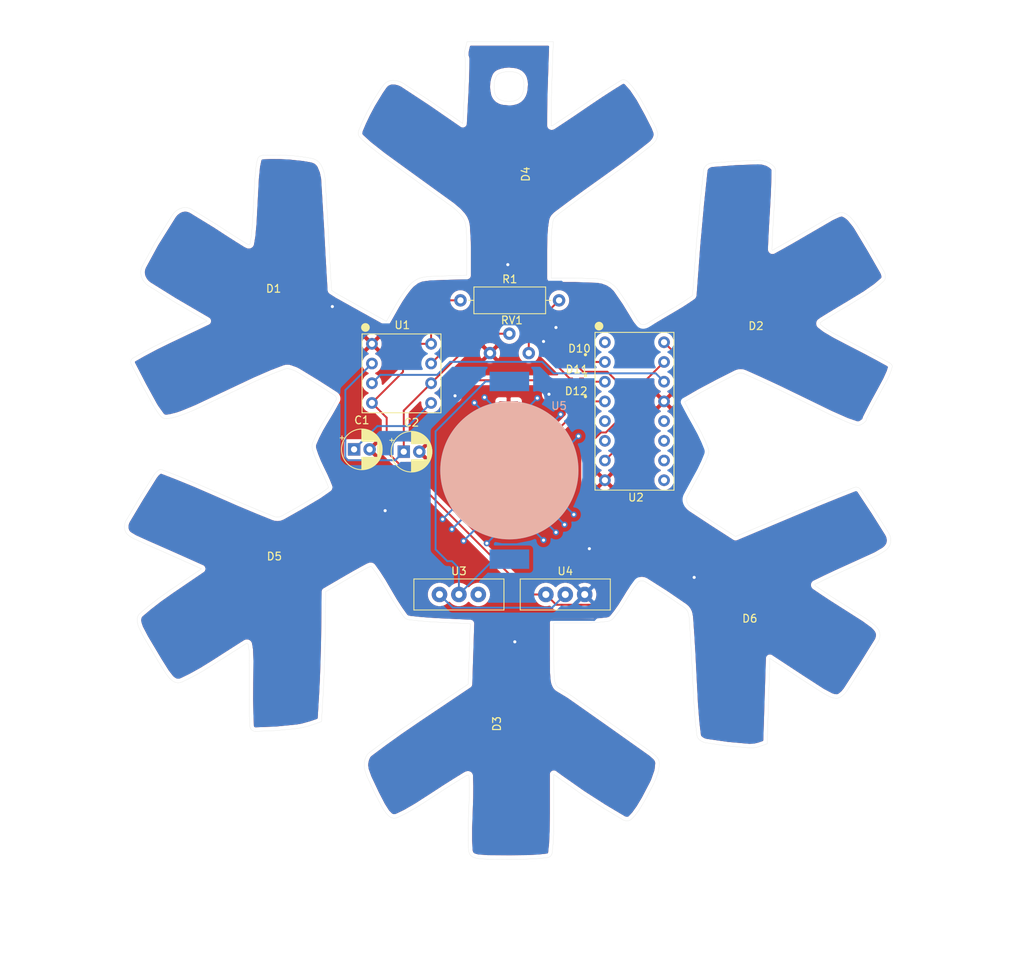
<source format=kicad_pcb>
(kicad_pcb (version 20171130) (host pcbnew "(5.1.10)-1")
  (layers (0 F.Cu signal) (31 B.Cu signal) (34 B.Paste user) (35 F.Paste user) (36 B.SilkS user) (37 F.SilkS user) (38 B.Mask user) (39 F.Mask user) (44 Edge.Cuts user))
  (net 0 "")
  (net 1 GND)
  (net 2 "Net-(C1-Pad1)")
  (net 3 "Net-(C2-Pad1)")
  (net 4 ALLON)
  (net 5 "Net-(D10-Pad2)")
  (net 6 "Net-(D11-Pad2)")
  (net 7 "Net-(D12-Pad2)")
  (net 8 +3V3)
  (net 9 "Net-(R1-Pad2)")
  (net 10 Signal)
  (net 11 "Net-(U2-Pad1)")
  (net 12 "Net-(U2-Pad5)")
  (net 13 "Net-(U2-Pad6)")
  (net 14 "Net-(U2-Pad15)")
  (net 15 "Net-(U2-Pad10)")
  (net 16 "Net-(U2-Pad9)")
  (net 17 "Net-(U2-Pad11)")
  (net 18 "Net-(U2-Pad12)")
  (net 19 "Net-(U3-Pad2)")
  (net 20 "Net-(U3-Pad3)")
  (net 21 "Net-(U3-Pad1)")
  (module "Logos:IEEE Logo" (layer F.Cu) (at 141.4 100.6)
    (fp_text reference G*** hide)
    (fp_text value LOGO hide)
  )
  (module IEEE_PCB_Ornament:CT6EP504 (layer F.Cu) (at 145 80.7)
    (fp_text reference RV1 (at 0.3175 -4.232) (layer F.SilkS))
    (fp_text value 100K)
    (pad 3 thru_hole circle (at -2.5 0) (size 1.6 1.6) (drill 0.8) (layers *.Cu *.Mask) (net 1 GND))
    (pad 2 thru_hole circle (at 0 -2.5) (size 1.6 1.6) (drill 0.8) (layers *.Cu *.Mask) (net 3 "Net-(C2-Pad1)"))
    (pad 1 thru_hole circle (at 2.5 0) (size 1.6 1.6) (drill 0.8) (layers *.Cu *.Mask) (net 9 "Net-(R1-Pad2)"))
  )
  (module OrnamentOutlines:Snowflake (layer F.Cu) (at 97.4 99.3)
    (fp_text reference REF** hide)
    (fp_text value Snowflake)
    (fp_line (start 0 0) (end -1.732624 2.903332) (layer Edge.Cuts) (width 0.024499))
    (fp_line (start 5.524046 8.112004) (end 7.943301 9.194961) (layer Edge.Cuts) (width 0.024499))
    (fp_line (start 22.121972 29.32339) (end 23.404792 28.880665) (layer Edge.Cuts) (width 0.024499))
    (fp_line (start 23.857156 18.948218) (end 23.891196 16.87331) (layer Edge.Cuts) (width 0.024499))
    (fp_line (start 29.900402 8.97623) (end 30.493388 9.806628) (layer Edge.Cuts) (width 0.024499))
    (fp_line (start 1.095976 14.024778) (end 0.025281 14.931464) (layer Edge.Cuts) (width 0.024499))
    (fp_line (start 14.910461 30.138083) (end 17.573747 30.032815) (layer Edge.Cuts) (width 0.024499))
    (fp_line (start 23.938377 12.148309) (end 26.636868 10.573309) (layer Edge.Cuts) (width 0.024499))
    (fp_line (start 13.39941 19.021875) (end 13.717995 18.825833) (layer Edge.Cuts) (width 0.024499))
    (fp_line (start 30.493388 9.806628) (end 31.171405 10.851448) (layer Edge.Cuts) (width 0.024499))
    (fp_line (start 11.000372 20.553293) (end 12.301337 19.721348) (layer Edge.Cuts) (width 0.024499))
    (fp_line (start 1.779796 -2.838598) (end 0 0) (layer Edge.Cuts) (width 0.024499))
    (fp_line (start 0.603252 18.137331) (end 2.350555 21.066244) (layer Edge.Cuts) (width 0.024499))
    (fp_line (start 5.487502 23.754007) (end 6.642514 23.190089) (layer Edge.Cuts) (width 0.024499))
    (fp_line (start 8.02688 22.423648) (end 9.545785 21.487375) (layer Edge.Cuts) (width 0.024499))
    (fp_line (start 12.301337 19.721348) (end 13.39941 19.021875) (layer Edge.Cuts) (width 0.024499))
    (fp_line (start 23.404792 28.880665) (end 23.624404 25.239487) (layer Edge.Cuts) (width 0.024499))
    (fp_line (start 1.982412 6.541371) (end 3.198573 7.078058) (layer Edge.Cuts) (width 0.024499))
    (fp_line (start 2.436584 12.986089) (end 1.095976 14.024778) (layer Edge.Cuts) (width 0.024499))
    (fp_line (start 23.624404 25.239487) (end 23.712075 23.509281) (layer Edge.Cuts) (width 0.024499))
    (fp_line (start 23.793364 21.279937) (end 23.857156 18.948218) (layer Edge.Cuts) (width 0.024499))
    (fp_line (start 27.696832 9.963049) (end 28.648345 9.433218) (layer Edge.Cuts) (width 0.024499))
    (fp_line (start 6.642514 23.190089) (end 8.02688 22.423648) (layer Edge.Cuts) (width 0.024499))
    (fp_line (start 26.636868 10.573309) (end 27.696832 9.963049) (layer Edge.Cuts) (width 0.024499))
    (fp_line (start 7.239903 -1.830366) (end 4.866374 -2.799168) (layer Edge.Cuts) (width 0.024499))
    (fp_line (start 4.866374 -2.799168) (end 2.816343 -3.591725) (layer Edge.Cuts) (width 0.024499))
    (fp_line (start 3.975601 11.896635) (end 2.436584 12.986089) (layer Edge.Cuts) (width 0.024499))
    (fp_line (start 14.094547 23.946574) (end 14.081818 26.047458) (layer Edge.Cuts) (width 0.024499))
    (fp_line (start 14.081818 26.047458) (end 14.116264 27.891904) (layer Edge.Cuts) (width 0.024499))
    (fp_line (start 14.123749 21.081554) (end 14.094547 23.946574) (layer Edge.Cuts) (width 0.024499))
    (fp_line (start 14.116264 27.891904) (end 14.180116 29.445352) (layer Edge.Cuts) (width 0.024499))
    (fp_line (start 7.943301 9.194961) (end 3.975601 11.896635) (layer Edge.Cuts) (width 0.024499))
    (fp_line (start 17.573747 30.032815) (end 20.249924 29.769422) (layer Edge.Cuts) (width 0.024499))
    (fp_line (start 28.648345 9.433218) (end 29.455548 8.997679) (layer Edge.Cuts) (width 0.024499))
    (fp_line (start 2.350555 21.066244) (end 3.293453 22.570796) (layer Edge.Cuts) (width 0.024499))
    (fp_line (start -0.715763 5.331239) (end 1.004792 6.112933) (layer Edge.Cuts) (width 0.024499))
    (fp_line (start 1.004792 6.112933) (end 1.982412 6.541371) (layer Edge.Cuts) (width 0.024499))
    (fp_line (start 23.712075 23.509281) (end 23.793364 21.279937) (layer Edge.Cuts) (width 0.024499))
    (fp_line (start 23.891196 16.87331) (end 23.938377 12.148309) (layer Edge.Cuts) (width 0.024499))
    (fp_line (start 4.444943 7.630685) (end 5.524046 8.112004) (layer Edge.Cuts) (width 0.024499))
    (fp_line (start 14.074366 19.652241) (end 14.123749 21.081554) (layer Edge.Cuts) (width 0.024499))
    (fp_line (start 3.198573 7.078058) (end 4.444943 7.630685) (layer Edge.Cuts) (width 0.024499))
    (fp_line (start 9.545785 21.487375) (end 11.000372 20.553293) (layer Edge.Cuts) (width 0.024499))
    (fp_line (start 29.351948 36.154211) (end 30.330936 38.223309) (layer Edge.Cuts) (width 0.024499))
    (fp_line (start 34.762802 15.76912) (end 35.896104 15.891558) (layer Edge.Cuts) (width 0.024499))
    (fp_line (start 42.432645 37.165732) (end 42.4263 38.69834) (layer Edge.Cuts) (width 0.024499))
    (fp_line (start 32.660821 13.392303) (end 33.391573 14.514635) (layer Edge.Cuts) (width 0.024499))
    (fp_line (start 33.466497 30.016681) (end 31.327088 31.550789) (layer Edge.Cuts) (width 0.024499))
    (fp_line (start 31.171405 10.851448) (end 31.907601 12.109779) (layer Edge.Cuts) (width 0.024499))
    (fp_line (start 33.391573 14.514635) (end 34.037823 15.412309) (layer Edge.Cuts) (width 0.024499))
    (fp_line (start 42.402115 35.886713) (end 42.432645 37.165732) (layer Edge.Cuts) (width 0.024499))
    (fp_line (start 42.4263 38.69834) (end 42.360475 40.523978) (layer Edge.Cuts) (width 0.024499))
    (fp_line (start 49.860428 46.599601) (end 51.413863 46.520553) (layer Edge.Cuts) (width 0.024499))
    (fp_line (start 42.558106 16.266452) (end 42.431449 20.157381) (layer Edge.Cuts) (width 0.024499))
    (fp_line (start 53.329792 35.687929) (end 54.117291 36.265111) (layer Edge.Cuts) (width 0.024499))
    (fp_line (start 40.816577 36.604158) (end 42.072387 35.833021) (layer Edge.Cuts) (width 0.024499))
    (fp_line (start 53.22773 44.658769) (end 53.306348 43.039341) (layer Edge.Cuts) (width 0.024499))
    (fp_line (start 54.117291 36.265111) (end 56.933232 38.246182) (layer Edge.Cuts) (width 0.024499))
    (fp_line (start 37.256815 16.00416) (end 38.756449 16.090079) (layer Edge.Cuts) (width 0.024499))
    (fp_line (start 31.327088 31.550789) (end 29.547904 32.880504) (layer Edge.Cuts) (width 0.024499))
    (fp_line (start 42.304792 24.048309) (end 35.934127 28.327361) (layer Edge.Cuts) (width 0.024499))
    (fp_line (start 42.285903 44.213445) (end 42.344791 45.434852) (layer Edge.Cuts) (width 0.024499))
    (fp_line (start 47.672106 46.623309) (end 49.860428 46.599601) (layer Edge.Cuts) (width 0.024499))
    (fp_line (start 59.707912 40.031071) (end 62.193237 41.513582) (layer Edge.Cuts) (width 0.024499))
    (fp_line (start 53.329792 40.735619) (end 53.329792 35.687929) (layer Edge.Cuts) (width 0.024499))
    (fp_line (start 39.370368 37.517652) (end 40.816577 36.604158) (layer Edge.Cuts) (width 0.024499))
    (fp_line (start 64.41954 40.084327) (end 65.117354 38.92331) (layer Edge.Cuts) (width 0.024499))
    (fp_line (start 42.431449 20.157381) (end 42.304792 24.048309) (layer Edge.Cuts) (width 0.024499))
    (fp_line (start 38.756449 16.090079) (end 42.558106 16.266452) (layer Edge.Cuts) (width 0.024499))
    (fp_line (start 33.20054 41.236152) (end 34.28027 40.715014) (layer Edge.Cuts) (width 0.024499))
    (fp_line (start 34.28027 40.715014) (end 35.738636 39.871784) (layer Edge.Cuts) (width 0.024499))
    (fp_line (start 35.738636 39.871784) (end 37.711888 38.601729) (layer Edge.Cuts) (width 0.024499))
    (fp_line (start 35.896104 15.891558) (end 37.256815 16.00416) (layer Edge.Cuts) (width 0.024499))
    (fp_line (start 44.796296 46.605198) (end 47.672106 46.623309) (layer Edge.Cuts) (width 0.024499))
    (fp_line (start 51.413863 46.520553) (end 52.516901 46.399115) (layer Edge.Cuts) (width 0.024499))
    (fp_line (start 42.360475 40.523978) (end 42.285709 42.594054) (layer Edge.Cuts) (width 0.024499))
    (fp_line (start 42.285709 42.594054) (end 42.285903 44.213445) (layer Edge.Cuts) (width 0.024499))
    (fp_line (start 53.306348 43.039341) (end 53.329792 40.735619) (layer Edge.Cuts) (width 0.024499))
    (fp_line (start 65.117354 38.92331) (end 66.173953 36.906868) (layer Edge.Cuts) (width 0.024499))
    (fp_line (start 53.106977 45.804673) (end 53.22773 44.658769) (layer Edge.Cuts) (width 0.024499))
    (fp_line (start 31.907601 12.109779) (end 32.660821 13.392303) (layer Edge.Cuts) (width 0.024499))
    (fp_line (start 35.934127 28.327361) (end 33.466497 30.016681) (layer Edge.Cuts) (width 0.024499))
    (fp_line (start 37.711888 38.601729) (end 39.370368 37.517652) (layer Edge.Cuts) (width 0.024499))
    (fp_line (start 30.330936 38.223309) (end 31.10906 39.725212) (layer Edge.Cuts) (width 0.024499))
    (fp_line (start 56.933232 38.246182) (end 59.707912 40.031071) (layer Edge.Cuts) (width 0.024499))
    (fp_line (start 71.377488 26.722343) (end 71.561329 29.051533) (layer Edge.Cuts) (width 0.024499))
    (fp_line (start 53.329791 20.185995) (end 53.329792 16.173309) (layer Edge.Cuts) (width 0.024499))
    (fp_line (start 60.989312 15.569457) (end 61.506773 14.922556) (layer Edge.Cuts) (width 0.024499))
    (fp_line (start 65.099985 10.865477) (end 67.643857 12.481934) (layer Edge.Cuts) (width 0.024499))
    (fp_line (start 90.52714 13.694324) (end 89.155493 12.820664) (layer Edge.Cuts) (width 0.024499))
    (fp_line (start 63.686331 11.570509) (end 64.140785 10.956227) (layer Edge.Cuts) (width 0.024499))
    (fp_line (start 62.077229 14.112876) (end 62.632622 13.218471) (layer Edge.Cuts) (width 0.024499))
    (fp_line (start 91.089747 24.896084) (end 93.100593 21.781479) (layer Edge.Cuts) (width 0.024499))
    (fp_line (start 89.155493 12.820664) (end 88.000041 12.05667) (layer Edge.Cuts) (width 0.024499))
    (fp_line (start 88.000041 12.05667) (end 87.004738 11.379559) (layer Edge.Cuts) (width 0.024499))
    (fp_line (start 79.835673 32.07293) (end 80.804792 31.732767) (layer Edge.Cuts) (width 0.024499))
    (fp_line (start 87.009304 11.174552) (end 88.307026 10.542853) (layer Edge.Cuts) (width 0.024499))
    (fp_line (start 88.307026 10.542853) (end 89.801208 9.837057) (layer Edge.Cuts) (width 0.024499))
    (fp_line (start 56.677801 16.173309) (end 58.00664 16.148294) (layer Edge.Cuts) (width 0.024499))
    (fp_line (start 71.561329 29.051533) (end 71.755511 30.657342) (layer Edge.Cuts) (width 0.024499))
    (fp_line (start 59.230126 16.072806) (end 60.244341 15.965271) (layer Edge.Cuts) (width 0.024499))
    (fp_line (start 93.100593 21.781479) (end 95.089915 18.57297) (layer Edge.Cuts) (width 0.024499))
    (fp_line (start 75.700636 32.014885) (end 78.477376 32.262875) (layer Edge.Cuts) (width 0.024499))
    (fp_line (start 80.979792 26.239228) (end 81.154792 20.745688) (layer Edge.Cuts) (width 0.024499))
    (fp_line (start 58.00664 16.148294) (end 59.230126 16.072806) (layer Edge.Cuts) (width 0.024499))
    (fp_line (start 62.632622 13.218471) (end 63.170083 12.337705) (layer Edge.Cuts) (width 0.024499))
    (fp_line (start 71.195376 23.161811) (end 71.377488 26.722343) (layer Edge.Cuts) (width 0.024499))
    (fp_line (start 53.34924 22.541485) (end 53.329791 20.185995) (layer Edge.Cuts) (width 0.024499))
    (fp_line (start 60.62432 29.083693) (end 55.531247 25.497916) (layer Edge.Cuts) (width 0.024499))
    (fp_line (start 65.942708 32.859906) (end 60.62432 29.083693) (layer Edge.Cuts) (width 0.024499))
    (fp_line (start 67.643857 12.481934) (end 70.096635 14.164182) (layer Edge.Cuts) (width 0.024499))
    (fp_line (start 71.051242 20.231526) (end 71.195376 23.161811) (layer Edge.Cuts) (width 0.024499))
    (fp_line (start 72.918084 31.615234) (end 75.700636 32.014885) (layer Edge.Cuts) (width 0.024499))
    (fp_line (start 81.154792 20.745688) (end 85.128448 23.359499) (layer Edge.Cuts) (width 0.024499))
    (fp_line (start 85.128448 23.359499) (end 87.738315 25.047632) (layer Edge.Cuts) (width 0.024499))
    (fp_line (start 61.506773 14.922556) (end 62.077229 14.112876) (layer Edge.Cuts) (width 0.024499))
    (fp_line (start 63.170083 12.337705) (end 63.686331 11.570509) (layer Edge.Cuts) (width 0.024499))
    (fp_line (start 80.804792 31.732767) (end 80.979792 26.239228) (layer Edge.Cuts) (width 0.024499))
    (fp_line (start 93.391259 15.519377) (end 90.52714 13.694324) (layer Edge.Cuts) (width 0.024499))
    (fp_line (start 53.329792 16.173309) (end 56.677801 16.173309) (layer Edge.Cuts) (width 0.024499))
    (fp_line (start 70.743524 15.457339) (end 70.896139 17.647167) (layer Edge.Cuts) (width 0.024499))
    (fp_line (start 70.896139 17.647167) (end 71.051242 20.231526) (layer Edge.Cuts) (width 0.024499))
    (fp_line (start 93.61008 -18.944719) (end 91.823284 -19.867122) (layer Edge.Cuts) (width 0.024499))
    (fp_line (start 96.456559 4.589154) (end 94.707112 1.800337) (layer Edge.Cuts) (width 0.024499))
    (fp_line (start 85.118741 -12.522565) (end 88.93333 -10.66407) (layer Edge.Cuts) (width 0.024499))
    (fp_line (start 91.941191 -1.264262) (end 89.737298 -0.392784) (layer Edge.Cuts) (width 0.024499))
    (fp_line (start 95.381105 -13.533862) (end 96.217476 -15.087334) (layer Edge.Cuts) (width 0.024499))
    (fp_line (start 91.823284 -19.867122) (end 89.596159 -21.026713) (layer Edge.Cuts) (width 0.024499))
    (fp_line (start 71.695632 -9.515967) (end 71.096955 -10.580072) (layer Edge.Cuts) (width 0.024499))
    (fp_line (start 93.625695 -10.220883) (end 94.108927 -11.171408) (layer Edge.Cuts) (width 0.024499))
    (fp_line (start 89.801208 9.837057) (end 91.575841 9.032392) (layer Edge.Cuts) (width 0.024499))
    (fp_line (start 70.523075 -0.161084) (end 71.671391 -2.281984) (layer Edge.Cuts) (width 0.024499))
    (fp_line (start 71.671391 -2.281984) (end 72.287034 -3.411237) (layer Edge.Cuts) (width 0.024499))
    (fp_line (start 72.811532 -7.316768) (end 72.300375 -8.395988) (layer Edge.Cuts) (width 0.024499))
    (fp_line (start 87.202156 0.633105) (end 84.277374 1.850895) (layer Edge.Cuts) (width 0.024499))
    (fp_line (start 84.277374 1.850895) (end 76.729402 5.028481) (layer Edge.Cuts) (width 0.024499))
    (fp_line (start 73.867097 3.186474) (end 71.047657 1.326891) (layer Edge.Cuts) (width 0.024499))
    (fp_line (start 72.806559 -4.498284) (end 73.189302 -5.428985) (layer Edge.Cuts) (width 0.024499))
    (fp_line (start 72.300375 -8.395988) (end 71.695632 -9.515967) (layer Edge.Cuts) (width 0.024499))
    (fp_line (start 70.608125 -11.485257) (end 70.193865 -12.277114) (layer Edge.Cuts) (width 0.024499))
    (fp_line (start 94.108927 -11.171408) (end 94.690784 -12.275951) (layer Edge.Cuts) (width 0.024499))
    (fp_line (start 96.49388 -17.378414) (end 95.178346 -18.105414) (layer Edge.Cuts) (width 0.024499))
    (fp_line (start 71.096955 -10.580072) (end 70.608125 -11.485257) (layer Edge.Cuts) (width 0.024499))
    (fp_line (start 77.841337 -15.933297) (end 79.926255 -14.997354) (layer Edge.Cuts) (width 0.024499))
    (fp_line (start 82.355729 -13.865403) (end 85.118741 -12.522565) (layer Edge.Cuts) (width 0.024499))
    (fp_line (start 79.926255 -14.997354) (end 82.355729 -13.865403) (layer Edge.Cuts) (width 0.024499))
    (fp_line (start 72.139021 -13.461608) (end 74.494662 -14.713463) (layer Edge.Cuts) (width 0.024499))
    (fp_line (start 74.494662 -14.713463) (end 76.82745 -15.891989) (layer Edge.Cuts) (width 0.024499))
    (fp_line (start 70.210735 -12.338184) (end 72.139021 -13.461608) (layer Edge.Cuts) (width 0.024499))
    (fp_line (start 94.707112 1.800337) (end 92.841395 -1.017752) (layer Edge.Cuts) (width 0.024499))
    (fp_line (start 95.178346 -18.105414) (end 93.61008 -18.944719) (layer Edge.Cuts) (width 0.024499))
    (fp_line (start 89.737298 -0.392784) (end 87.202156 0.633105) (layer Edge.Cuts) (width 0.024499))
    (fp_line (start 91.575841 9.032392) (end 94.67688 7.618303) (layer Edge.Cuts) (width 0.024499))
    (fp_line (start 76.729402 5.028481) (end 73.867097 3.186474) (layer Edge.Cuts) (width 0.024499))
    (fp_line (start 94.690784 -12.275951) (end 95.381105 -13.533862) (layer Edge.Cuts) (width 0.024499))
    (fp_line (start 88.93333 -10.66407) (end 90.986188 -9.758007) (layer Edge.Cuts) (width 0.024499))
    (fp_line (start 72.287034 -3.411237) (end 72.806559 -4.498284) (layer Edge.Cuts) (width 0.024499))
    (fp_line (start 73.188571 -6.392345) (end 72.811532 -7.316768) (layer Edge.Cuts) (width 0.024499))
    (fp_line (start 53.776749 -36.400018) (end 55.487795 -37.68399) (layer Edge.Cuts) (width 0.024499))
    (fp_line (start 55.487795 -37.68399) (end 57.522015 -39.175363) (layer Edge.Cuts) (width 0.024499))
    (fp_line (start 81.413058 -31.97523) (end 81.478207 -33.42157) (layer Edge.Cuts) (width 0.024499))
    (fp_line (start 69.616073 -24.966612) (end 68.642291 -24.383951) (layer Edge.Cuts) (width 0.024499))
    (fp_line (start 58.937519 -28.172337) (end 56.077563 -28.276691) (layer Edge.Cuts) (width 0.024499))
    (fp_line (start 56.077563 -28.276691) (end 52.979792 -28.276691) (layer Edge.Cuts) (width 0.024499))
    (fp_line (start 79.632588 -43.444614) (end 76.684514 -43.331901) (layer Edge.Cuts) (width 0.024499))
    (fp_line (start 71.677197 -32.581223) (end 71.196702 -26.104629) (layer Edge.Cuts) (width 0.024499))
    (fp_line (start 94.153176 -32.075328) (end 92.488215 -34.84702) (layer Edge.Cuts) (width 0.024499))
    (fp_line (start 68.642291 -24.383951) (end 67.615338 -23.784083) (layer Edge.Cuts) (width 0.024499))
    (fp_line (start 88.010497 -22.779187) (end 88.944651 -23.356782) (layer Edge.Cuts) (width 0.024499))
    (fp_line (start 52.979792 -28.276691) (end 52.979792 -31.884795) (layer Edge.Cuts) (width 0.024499))
    (fp_line (start 82.681434 -32.531269) (end 81.517152 -31.88562) (layer Edge.Cuts) (width 0.024499))
    (fp_line (start 72.608418 -42.146901) (end 72.15178 -37.812993) (layer Edge.Cuts) (width 0.024499))
    (fp_line (start 89.011256 -36.190355) (end 85.541214 -34.174387) (layer Edge.Cuts) (width 0.024499))
    (fp_line (start 91.304791 -24.774331) (end 93.483414 -26.105133) (layer Edge.Cuts) (width 0.024499))
    (fp_line (start 88.944651 -23.356782) (end 90.064656 -24.036388) (layer Edge.Cuts) (width 0.024499))
    (fp_line (start 85.541214 -34.174387) (end 83.995842 -33.27512) (layer Edge.Cuts) (width 0.024499))
    (fp_line (start 81.847482 -40.635978) (end 81.876538 -42.087275) (layer Edge.Cuts) (width 0.024499))
    (fp_line (start 71.116928 -25.963198) (end 70.439369 -25.497267) (layer Edge.Cuts) (width 0.024499))
    (fp_line (start 81.561632 -35.052674) (end 81.676461 -36.973862) (layer Edge.Cuts) (width 0.024499))
    (fp_line (start 66.627991 -23.200243) (end 65.789044 -22.698) (layer Edge.Cuts) (width 0.024499))
    (fp_line (start 81.478207 -33.42157) (end 81.561632 -35.052674) (layer Edge.Cuts) (width 0.024499))
    (fp_line (start 81.784445 -38.921093) (end 81.847482 -40.635978) (layer Edge.Cuts) (width 0.024499))
    (fp_line (start 63.984912 -22.987216) (end 62.905927 -24.750457) (layer Edge.Cuts) (width 0.024499))
    (fp_line (start 81.676461 -36.973862) (end 81.784445 -38.921093) (layer Edge.Cuts) (width 0.024499))
    (fp_line (start 76.684514 -43.331901) (end 73.685978 -43.09987) (layer Edge.Cuts) (width 0.024499))
    (fp_line (start 72.15178 -37.812993) (end 71.677197 -32.581223) (layer Edge.Cuts) (width 0.024499))
    (fp_line (start 90.064656 -24.036388) (end 91.304791 -24.774331) (layer Edge.Cuts) (width 0.024499))
    (fp_line (start 95.835614 -29.145478) (end 94.153176 -32.075328) (layer Edge.Cuts) (width 0.024499))
    (fp_line (start 65.789044 -22.698) (end 65.348397 -22.42364) (layer Edge.Cuts) (width 0.024499))
    (fp_line (start 67.615338 -23.784083) (end 66.627991 -23.200243) (layer Edge.Cuts) (width 0.024499))
    (fp_line (start 52.979792 -31.884795) (end 53.006384 -33.484357) (layer Edge.Cuts) (width 0.024499))
    (fp_line (start 53.006384 -33.484357) (end 53.091357 -34.7143) (layer Edge.Cuts) (width 0.024499))
    (fp_line (start 83.995842 -33.27512) (end 82.681434 -32.531269) (layer Edge.Cuts) (width 0.024499))
    (fp_line (start 53.091357 -34.7143) (end 53.223204 -35.620088) (layer Edge.Cuts) (width 0.024499))
    (fp_line (start 70.439369 -25.497267) (end 69.616073 -24.966612) (layer Edge.Cuts) (width 0.024499))
    (fp_line (start 62.188825 -42.52288) (end 64.248856 -44.078178) (layer Edge.Cuts) (width 0.024499))
    (fp_line (start 61.990117 -53.75001) (end 60.707846 -52.952784) (layer Edge.Cuts) (width 0.024499))
    (fp_line (start 60.707846 -52.952784) (end 59.219828 -51.991828) (layer Edge.Cuts) (width 0.024499))
    (fp_line (start 59.219828 -51.991828) (end 57.529792 -50.851691) (layer Edge.Cuts) (width 0.024499))
    (fp_line (start 59.851453 -40.838758) (end 62.188825 -42.52288) (layer Edge.Cuts) (width 0.024499))
    (fp_line (start 65.522103 -49.506333) (end 64.471665 -51.407824) (layer Edge.Cuts) (width 0.024499))
    (fp_line (start 57.522015 -39.175363) (end 59.851453 -40.838758) (layer Edge.Cuts) (width 0.024499))
    (fp_line (start 64.248856 -44.078178) (end 65.945702 -45.417074) (layer Edge.Cuts) (width 0.024499))
    (fp_line (start 66.392895 -47.789864) (end 65.522103 -49.506333) (layer Edge.Cuts) (width 0.024499))
    (fp_line (start 54.422706 -48.750597) (end 53.152241 -47.91042) (layer Edge.Cuts) (width 0.024499))
    (fp_line (start 57.529792 -50.851691) (end 55.856753 -49.711185) (layer Edge.Cuts) (width 0.024499))
    (fp_line (start 55.856753 -49.711185) (end 54.422706 -48.750597) (layer Edge.Cuts) (width 0.024499))
    (fp_line (start 42.143128 -58.726691) (end 41.92851 -57.871583) (layer Edge.Cuts) (width 0.024499))
    (fp_line (start 53.255132 -58.726691) (end 47.69913 -58.726691) (layer Edge.Cuts) (width 0.024499))
    (fp_line (start 53.070069 -53.301691) (end 53.255132 -58.726691) (layer Edge.Cuts) (width 0.024499))
    (fp_line (start 53.010237 -51.221465) (end 53.070069 -53.301691) (layer Edge.Cuts) (width 0.024499))
    (fp_line (start 52.98487 -49.470284) (end 53.010237 -51.221465) (layer Edge.Cuts) (width 0.024499))
    (fp_line (start 47.69913 -58.726691) (end 42.143128 -58.726691) (layer Edge.Cuts) (width 0.024499))
    (fp_line (start 52.978806 -47.937935) (end 52.98487 -49.470284) (layer Edge.Cuts) (width 0.024499))
    (fp_line (start 23.754791 -9.919922) (end 23.151764 -8.893031) (layer Edge.Cuts) (width 0.024499))
    (fp_line (start 22.667901 -14.709179) (end 25.095286 -13.154802) (layer Edge.Cuts) (width 0.024499))
    (fp_line (start 25.27421 -12.546789) (end 24.864864 -11.793432) (layer Edge.Cuts) (width 0.024499))
    (fp_line (start 23.301974 -3.563494) (end 23.720683 -2.70764) (layer Edge.Cuts) (width 0.024499))
    (fp_line (start 22.902338 -0.28633) (end 20.664382 1.043402) (layer Edge.Cuts) (width 0.024499))
    (fp_line (start 24.864864 -11.793432) (end 24.357729 -10.910132) (layer Edge.Cuts) (width 0.024499))
    (fp_line (start 20.664382 1.043402) (end 18.315195 2.369973) (layer Edge.Cuts) (width 0.024499))
    (fp_line (start 15.184478 1.595253) (end 12.750489 0.574638) (layer Edge.Cuts) (width 0.024499))
    (fp_line (start 22.642448 -7.897252) (end 22.268461 -7.040788) (layer Edge.Cuts) (width 0.024499))
    (fp_line (start 22.509433 -5.361661) (end 22.872378 -4.468665) (layer Edge.Cuts) (width 0.024499))
    (fp_line (start 23.720683 -2.70764) (end 24.047609 -1.966854) (layer Edge.Cuts) (width 0.024499))
    (fp_line (start 12.750489 0.574638) (end 9.985821 -0.636032) (layer Edge.Cuts) (width 0.024499))
    (fp_line (start 24.047609 -1.966854) (end 24.296054 -1.343849) (layer Edge.Cuts) (width 0.024499))
    (fp_line (start 9.985821 -0.636032) (end 7.239903 -1.830366) (layer Edge.Cuts) (width 0.024499))
    (fp_line (start 24.357729 -10.910132) (end 23.754791 -9.919922) (layer Edge.Cuts) (width 0.024499))
    (fp_line (start 22.246817 -6.13619) (end 22.509433 -5.361661) (layer Edge.Cuts) (width 0.024499))
    (fp_line (start 23.151764 -8.893031) (end 22.642448 -7.897252) (layer Edge.Cuts) (width 0.024499))
    (fp_line (start 17.268655 2.436017) (end 15.184478 1.595253) (layer Edge.Cuts) (width 0.024499))
    (fp_line (start 22.872378 -4.468665) (end 23.301974 -3.563494) (layer Edge.Cuts) (width 0.024499))
    (fp_line (start 33.980633 -26.393804) (end 33.433896 -25.585421) (layer Edge.Cuts) (width 0.024499))
    (fp_line (start 24.566887 -29.021603) (end 24.423081 -31.571229) (layer Edge.Cuts) (width 0.024499))
    (fp_line (start 41.936729 -56.510451) (end 41.928268 -55.320837) (layer Edge.Cuts) (width 0.024499))
    (fp_line (start 24.423081 -31.571229) (end 24.26591 -34.589515) (layer Edge.Cuts) (width 0.024499))
    (fp_line (start 24.26591 -34.589515) (end 23.880519 -40.991556) (layer Edge.Cuts) (width 0.024499))
    (fp_line (start 34.342291 -41.714183) (end 40.150713 -37.511312) (layer Edge.Cuts) (width 0.024499))
    (fp_line (start 29.81708 -50.676691) (end 29.181684 -49.481448) (layer Edge.Cuts) (width 0.024499))
    (fp_line (start 29.41883 -45.406152) (end 31.189924 -44.008397) (layer Edge.Cuts) (width 0.024499))
    (fp_line (start 41.894062 -53.923573) (end 41.822457 -52.319586) (layer Edge.Cuts) (width 0.024499))
    (fp_line (start 41.822457 -52.319586) (end 41.604792 -48.187481) (layer Edge.Cuts) (width 0.024499))
    (fp_line (start 37.484061 -51.029539) (end 33.958734 -53.347228) (layer Edge.Cuts) (width 0.024499))
    (fp_line (start 28.642744 -48.350605) (end 28.237003 -47.389579) (layer Edge.Cuts) (width 0.024499))
    (fp_line (start 31.189924 -44.008397) (end 34.342291 -41.714183) (layer Edge.Cuts) (width 0.024499))
    (fp_line (start 32.952691 -24.784453) (end 32.530877 -24.03655) (layer Edge.Cuts) (width 0.024499))
    (fp_line (start 24.702622 -26.732195) (end 24.566887 -29.021603) (layer Edge.Cuts) (width 0.024499))
    (fp_line (start 42.129792 -28.626691) (end 39.942292 -28.571907) (layer Edge.Cuts) (width 0.024499))
    (fp_line (start 39.942292 -28.571907) (end 37.50441 -28.486176) (layer Edge.Cuts) (width 0.024499))
    (fp_line (start 34.511086 -27.09861) (end 33.980633 -26.393804) (layer Edge.Cuts) (width 0.024499))
    (fp_line (start 42.129792 -32.240681) (end 42.129792 -28.626691) (layer Edge.Cuts) (width 0.024499))
    (fp_line (start 32.530877 -24.03655) (end 32.164063 -23.390444) (layer Edge.Cuts) (width 0.024499))
    (fp_line (start 32.164063 -23.390444) (end 31.844649 -22.830767) (layer Edge.Cuts) (width 0.024499))
    (fp_line (start 41.928268 -55.320837) (end 41.894062 -53.923573) (layer Edge.Cuts) (width 0.024499))
    (fp_line (start 31.700491 -22.731769) (end 28.459962 -24.530592) (layer Edge.Cuts) (width 0.024499))
    (fp_line (start 41.604792 -48.187481) (end 37.484061 -51.029539) (layer Edge.Cuts) (width 0.024499))
    (fp_line (start 33.433896 -25.585421) (end 32.952691 -24.784453) (layer Edge.Cuts) (width 0.024499))
    (fp_line (start 29.181684 -49.481448) (end 28.642744 -48.350605) (layer Edge.Cuts) (width 0.024499))
    (fp_line (start 28.459962 -24.530592) (end 25.496125 -26.185684) (layer Edge.Cuts) (width 0.024499))
    (fp_line (start 12.572245 -33.438311) (end 11.260963 -34.276448) (layer Edge.Cuts) (width 0.024499))
    (fp_line (start 14.979319 -42.689794) (end 14.823229 -41.107388) (layer Edge.Cuts) (width 0.024499))
    (fp_line (start 3.87159 -20.45232) (end 2.020467 -19.544334) (layer Edge.Cuts) (width 0.024499))
    (fp_line (start 1.934101 -32.778084) (end 0.324411 -29.82134) (layer Edge.Cuts) (width 0.024499))
    (fp_line (start 19.282798 -44.062058) (end 18.005121 -44.121743) (layer Edge.Cuts) (width 0.024499))
    (fp_line (start 0.430534 -18.702134) (end -0.883567 -17.957619) (layer Edge.Cuts) (width 0.024499))
    (fp_line (start 20.343693 -16.125913) (end 22.667901 -14.709179) (layer Edge.Cuts) (width 0.024499))
    (fp_line (start 8.667393 -22.731132) (end 3.87159 -20.45232) (layer Edge.Cuts) (width 0.024499))
    (fp_line (start 11.260963 -34.276448) (end 9.787302 -35.239134) (layer Edge.Cuts) (width 0.024499))
    (fp_line (start 9.787302 -35.239134) (end 6.693523 -37.133369) (layer Edge.Cuts) (width 0.024499))
    (fp_line (start 4.211354 -36.411662) (end 1.934101 -32.778084) (layer Edge.Cuts) (width 0.024499))
    (fp_line (start 18.005121 -44.121743) (end 16.836407 -44.126637) (layer Edge.Cuts) (width 0.024499))
    (fp_line (start 14.665006 -38.064648) (end 14.520195 -35.309137) (layer Edge.Cuts) (width 0.024499))
    (fp_line (start 13.689233 -32.738326) (end 12.572245 -33.438311) (layer Edge.Cuts) (width 0.024499))
    (fp_line (start 14.520195 -35.309137) (end 14.371635 -33.69981) (layer Edge.Cuts) (width 0.024499))
    (fp_line (start -1.079818 -17.147319) (end 0.329374 -14.420809) (layer Edge.Cuts) (width 0.024499))
    (fp_line (start 14.823229 -41.107388) (end 14.665006 -38.064648) (layer Edge.Cuts) (width 0.024499))
    (fp_line (start 1.111421 -27.276732) (end 4.398592 -25.228687) (layer Edge.Cuts) (width 0.024499))
    (fp_line (start 2.020467 -19.544334) (end 0.430534 -18.702134) (layer Edge.Cuts) (width 0.024499))
    (fp_line (start 4.398592 -25.228687) (end 8.667393 -22.731132) (layer Edge.Cuts) (width 0.024499))
    (fp_line (start 11.878435 -13.560304) (end 14.891401 -14.982899) (layer Edge.Cuts) (width 0.024499))
    (fp_line (start 7.355989 -11.427736) (end 11.878435 -13.560304) (layer Edge.Cuts) (width 0.024499))
    (fp_line (start 17.065025 -15.926447) (end 18.66196 -16.537551) (layer Edge.Cuts) (width 0.024499))
    (fp_line (start 16.836407 -44.126637) (end 15.867257 -44.088603) (layer Edge.Cuts) (width 0.024499))
    (fp_line (start 0.329374 -14.420809) (end 1.729167 -11.872697) (layer Edge.Cuts) (width 0.024499))
    (fp_line (start 14.371635 -33.69981) (end 14.206592 -32.715961) (layer Edge.Cuts) (width 0.024499))
    (fp_line (start 14.891401 -14.982899) (end 17.065025 -15.926447) (layer Edge.Cuts) (width 0.024499))
    (fp_arc (start 14.041425 -32.750825) (end 13.980947 -32.593223) (angle -99.07440048) (layer Edge.Cuts) (width 0.024499))
    (fp_arc (start 2.339747 -29.131223) (end 0.225178 -28.440922) (angle -38.40215239) (layer Edge.Cuts) (width 0.024499))
    (fp_arc (start 19.013474 -15.557687) (end 19.266888 -16.567379) (angle -33.82400137) (layer Edge.Cuts) (width 0.024499))
    (fp_arc (start 15.762469 -43.441254) (end 15.487603 -43.986493) (angle -47.05375299) (layer Edge.Cuts) (width 0.024499))
    (fp_arc (start 5.995023 -35.238828) (end 5.356655 -37.275861) (angle -39.27343686) (layer Edge.Cuts) (width 0.024499))
    (fp_arc (start 14.595122 -34.193738) (end 13.689233 -32.738326) (angle -10.90569042) (layer Edge.Cuts) (width 0.024499))
    (fp_arc (start -0.478428 -17.452637) (end -1.108113 -17.69427) (angle -47.9099661) (layer Edge.Cuts) (width 0.024499))
    (fp_arc (start 5.86111 -35.666149) (end 6.693523 -37.133369) (angle -46.96807992) (layer Edge.Cuts) (width 0.024499))
    (fp_arc (start -2.722381 -33.312078) (end 4.933747 -10.467349) (angle -6.199495076) (layer Edge.Cuts) (width 0.024499))
    (fp_arc (start 10.666117 -16.994255) (end 1.729167 -11.872697) (angle -9.413441335) (layer Edge.Cuts) (width 0.024499))
    (fp_arc (start 1.966865 -29.009494) (end 0.324411 -29.82134) (angle -44.38185914) (layer Edge.Cuts) (width 0.024499))
    (fp_arc (start 18.27414 -12.611924) (end 20.343693 -16.125913) (angle -16.40663711) (layer Edge.Cuts) (width 0.024499))
    (fp_arc (start 2.817264 -16.782599) (end 3.470776 -10.154265) (angle -12.89717016) (layer Edge.Cuts) (width 0.024499))
    (fp_arc (start 21.441472 -41.792147) (end 15.176088 -43.611531) (angle -8.28433904) (layer Edge.Cuts) (width 0.024499))
    (fp_arc (start 15.923971 -43.120889) (end 15.867257 -44.088603) (angle -23.3995367) (layer Edge.Cuts) (width 0.024499))
    (fp_arc (start -0.62316 -17.508176) (end -0.883567 -17.957619) (angle -38.91842462) (layer Edge.Cuts) (width 0.024499))
    (fp_arc (start 3.38268 -11.04779) (end 2.687182 -10.47996) (angle -56.40137142) (layer Edge.Cuts) (width 0.024499))
    (fp_arc (start 39.737976 -57.65302) (end 28.370853 -46.372103) (angle -5.100773828) (layer Edge.Cuts) (width 0.024499))
    (fp_arc (start 13.933619 -32.240691) (end 42.129792 -32.240681) (angle -5.576986839) (layer Edge.Cuts) (width 0.024499))
    (fp_arc (start 45.592773 -56.951913) (end 41.92851 -57.871583) (angle -5.387102732) (layer Edge.Cuts) (width 0.024499))
    (fp_arc (start 31.735716 -22.795271) (end 31.700491 -22.731769) (angle -83.40194458) (layer Edge.Cuts) (width 0.024499))
    (fp_arc (start 32.612554 -51.197157) (end 33.958734 -53.347228) (angle -34.68611747) (layer Edge.Cuts) (width 0.024499))
    (fp_arc (start 31.061234 -23.278426) (end 31.79475 -22.752982) (angle -5.870845365) (layer Edge.Cuts) (width 0.024499))
    (fp_arc (start 44.454369 -57.065655) (end 41.824851 -57.184711) (angle -6.253084353) (layer Edge.Cuts) (width 0.024499))
    (fp_arc (start 36.876747 -25.868004) (end 36.371531 -28.345897) (angle -18.05632545) (layer Edge.Cuts) (width 0.024499))
    (fp_arc (start 42.201506 -56.92152) (end 41.827527 -56.897594) (angle -26.35093488) (layer Edge.Cuts) (width 0.024499))
    (fp_arc (start 37.797361 -24.491851) (end 34.925319 -27.549002) (angle -8.36582062) (layer Edge.Cuts) (width 0.024499))
    (fp_arc (start 37.444957 -24.866977) (end 35.628385 -28.067274) (angle -13.63152786) (layer Edge.Cuts) (width 0.024499))
    (fp_arc (start 37.83613 -21.162613) (end 37.50441 -28.486176) (angle -8.93063924) (layer Edge.Cuts) (width 0.024499))
    (fp_arc (start 29.443379 -46.909535) (end 28.237003 -47.389579) (angle -20.54127613) (layer Edge.Cuts) (width 0.024499))
    (fp_arc (start 35.928464 -31.727391) (end 41.460387 -36.274803) (angle -14.44938367) (layer Edge.Cuts) (width 0.024499))
    (fp_arc (start 32.563843 -52.255539) (end 32.49593 -53.731206) (angle -51.73987539) (layer Edge.Cuts) (width 0.024499))
    (fp_arc (start 41.491286 -56.511283) (end 41.936729 -56.510451) (angle -30.11860159) (layer Edge.Cuts) (width 0.024499))
    (fp_arc (start 39.601894 -34.747068) (end 41.996326 -34.980874) (angle -33.84418156) (layer Edge.Cuts) (width 0.024499))
    (fp_arc (start 28.922986 -46.920049) (end 28.145266 -46.935762) (angle -45.93941059) (layer Edge.Cuts) (width 0.024499))
    (fp_arc (start 52.008499 -38.32158) (end 31.363085 -53.115995) (angle -6.518272393) (layer Edge.Cuts) (width 0.024499))
    (fp_arc (start 17.866261 -22.325696) (end 22.214362 -43.669782) (angle -7.785791711) (layer Edge.Cuts) (width 0.024499))
    (fp_arc (start 21.879464 -42.025827) (end 23.364266 -42.806921) (angle -50.73854859) (layer Edge.Cuts) (width 0.024499))
    (fp_arc (start 19.304802 -40.671404) (end 23.880519 -40.991556) (angle -23.74467631) (layer Edge.Cuts) (width 0.024499))
    (fp_arc (start 29.232076 -32.840791) (end 24.733633 -26.675421) (angle -6.807257071) (layer Edge.Cuts) (width 0.024499))
    (fp_arc (start 45.015732 -57.040236) (end 41.858352 -57.523504) (angle -6.109720068) (layer Edge.Cuts) (width 0.024499))
    (fp_arc (start 24.778344 -26.736699) (end 24.702622 -26.732195) (angle -50.48065077) (layer Edge.Cuts) (width 0.024499))
    (fp_arc (start 24.823319 -12.736545) (end 25.322059 -12.749298) (angle -55.5017333) (layer Edge.Cuts) (width 0.024499))
    (fp_arc (start 14.968452 -13.189944) (end 22.902338 -0.28633) (angle -6.271634329) (layer Edge.Cuts) (width 0.024499))
    (fp_arc (start 24.20381 -1.308318) (end 24.264474 -1.230271) (angle -73.20839147) (layer Edge.Cuts) (width 0.024499))
    (fp_arc (start 23.407075 -6.582768) (end 22.268461 -7.040788) (angle -21.9130151) (layer Edge.Cuts) (width 0.024499))
    (fp_arc (start 17.723495 1.294687) (end 17.268655 2.436017) (angle -21.72814607) (layer Edge.Cuts) (width 0.024499))
    (fp_arc (start 23.701027 -6.582767) (end 22.179792 -6.582768) (angle -17.0713759) (layer Edge.Cuts) (width 0.024499))
    (fp_arc (start 24.913781 -12.738859) (end 25.27421 -12.546789) (angle -29.5174336) (layer Edge.Cuts) (width 0.024499))
    (fp_arc (start 17.723495 1.305002) (end 17.723495 2.523309) (angle -29.05659169) (layer Edge.Cuts) (width 0.024499))
    (fp_arc (start 48.858073 -52.951689) (end 45.660775 -53.39788) (angle -7.944428628) (layer Edge.Cuts) (width 0.024499))
    (fp_arc (start 48.207437 -53.54519) (end 49.357298 -53.940957) (angle -30.09832905) (layer Edge.Cuts) (width 0.024499))
    (fp_arc (start 47.745739 -52.656983) (end 49.01193 -51.573395) (angle -26.60601799) (layer Edge.Cuts) (width 0.024499))
    (fp_arc (start 47.554792 -51.306461) (end 48.404245 -54.774165) (angle -13.76420815) (layer Edge.Cuts) (width 0.024499))
    (fp_arc (start 47.43339 -52.000406) (end 46.665135 -54.753316) (angle -8.069867732) (layer Edge.Cuts) (width 0.024499))
    (fp_arc (start 46.59673 -53.909753) (end 46.049791 -54.456691) (angle -21.33719351) (layer Edge.Cuts) (width 0.024499))
    (fp_arc (start 48.506076 -53.073092) (end 45.888275 -54.220194) (angle -8.069867732) (layer Edge.Cuts) (width 0.024499))
    (fp_arc (start 53.039906 -48.080618) (end 53.039906 -47.876691) (angle -33.42589546) (layer Edge.Cuts) (width 0.024499))
    (fp_arc (start 46.596729 -53.909752) (end 46.286288 -54.618207) (angle -21.33719351) (layer Edge.Cuts) (width 0.024499))
    (fp_arc (start 47.229747 -53.208682) (end 49.479792 -53.208681) (angle -18.99280922) (layer Edge.Cuts) (width 0.024499))
    (fp_arc (start 46.961284 -52.371212) (end 45.74245 -52.058704) (angle -31.46497184) (layer Edge.Cuts) (width 0.024499))
    (fp_arc (start 47.61248 -54.993623) (end 46.691384 -51.135108) (angle -13.42620938) (layer Edge.Cuts) (width 0.024499))
    (fp_arc (start 53.039906 -47.937791) (end 52.978806 -47.937935) (angle -90.13503045) (layer Edge.Cuts) (width 0.024499))
    (fp_arc (start 46.994675 -52.405604) (end 46.08479 -51.468451) (angle -30.72790637) (layer Edge.Cuts) (width 0.024499))
    (fp_arc (start 49.225224 -52.951688) (end 45.629792 -52.951691) (angle -14.38090038) (layer Edge.Cuts) (width 0.024499))
    (fp_arc (start 47.554793 -51.648409) (end 47.554792 -54.876691) (angle -7.944428628) (layer Edge.Cuts) (width 0.024499))
    (fp_arc (start 45.524783 -53.208685) (end 49.363138 -52.255207) (angle -13.95031036) (layer Edge.Cuts) (width 0.024499))
    (fp_arc (start 48.062108 -53.377472) (end 49.003787 -54.464233) (angle -27.1446853) (layer Edge.Cuts) (width 0.024499))
    (fp_arc (start 47.612477 -53.428817) (end 47.612477 -51.026691) (angle -19.75032128) (layer Edge.Cuts) (width 0.024499))
    (fp_arc (start 47.577962 -51.482356) (end 47.108602 -54.845707) (angle -7.648437697) (layer Edge.Cuts) (width 0.024499))
    (fp_arc (start 47.953406 -52.479263) (end 48.424208 -51.167998) (angle -29.69322999) (layer Edge.Cuts) (width 0.024499))
    (fp_arc (start 49.024126 -52.92852) (end 45.753167 -53.841347) (angle -7.648437697) (layer Edge.Cuts) (width 0.024499))
    (fp_arc (start 65.626302 -46.77902) (end 66.661196 -46.496954) (angle -29.00066126) (layer Edge.Cuts) (width 0.024499))
    (fp_arc (start 52.685132 -44.518014) (end 64.471665 -51.407824) (angle -6.735585359) (layer Edge.Cuts) (width 0.024499))
    (fp_arc (start 63.08478 -46.156891) (end 66.668187 -47.034058) (angle -12.5174377) (layer Edge.Cuts) (width 0.024499))
    (fp_arc (start 64.701707 -47.031026) (end 66.400493 -45.91794) (angle -17.98776702) (layer Edge.Cuts) (width 0.024499))
    (fp_arc (start 64.592966 -47.102276) (end 65.945702 -45.417074) (angle -18.01168312) (layer Edge.Cuts) (width 0.024499))
    (fp_arc (start 62.261275 -53.308915) (end 62.261275 -53.82669) (angle -31.58055739) (layer Edge.Cuts) (width 0.024499))
    (fp_arc (start 62.261275 -53.009832) (end 62.831567 -53.594661) (angle -44.27900605) (layer Edge.Cuts) (width 0.024499))
    (fp_arc (start 57.591945 -48.221466) (end 63.582225 -52.742684) (angle -8.677078904) (layer Edge.Cuts) (width 0.024499))
    (fp_arc (start 81.487371 -31.939472) (end 81.443857 -31.895958) (angle -73.94345577) (layer Edge.Cuts) (width 0.024499))
    (fp_arc (start 54.967454 -34.825463) (end 53.776749 -36.400018) (angle -14.64728581) (layer Edge.Cuts) (width 0.024499))
    (fp_arc (start 54.187842 -35.440183) (end 53.417292 -36.047756) (angle -27.69118221) (layer Edge.Cuts) (width 0.024499))
    (fp_arc (start 66.531825 -24.578352) (end 63.984912 -22.987216) (angle -14.39482552) (layer Edge.Cuts) (width 0.024499))
    (fp_arc (start 79.876382 -40.91698) (end 81.467039 -42.84272) (angle -8.097106609) (layer Edge.Cuts) (width 0.024499))
    (fp_arc (start 95.292558 -28.407049) (end 95.807742 -27.879698) (angle -45.66862605) (layer Edge.Cuts) (width 0.024499))
    (fp_arc (start 81.518461 -31.970563) (end 81.413058 -31.97523) (angle -47.5354698) (layer Edge.Cuts) (width 0.024499))
    (fp_arc (start 58.659578 -24.368712) (end 60.40949 -27.757314) (angle -23.13301234) (layer Edge.Cuts) (width 0.024499))
    (fp_arc (start 64.822097 -22.783643) (end 64.460431 -22.404) (angle -47.75774163) (layer Edge.Cuts) (width 0.024499))
    (fp_arc (start 64.784679 -23.299741) (end 64.860014 -22.260676) (angle -28.61198454) (layer Edge.Cuts) (width 0.024499))
    (fp_arc (start 73.564607 -42.042463) (end 72.883467 -42.721618) (angle -38.68305541) (layer Edge.Cuts) (width 0.024499))
    (fp_arc (start 89.599424 -34.184595) (end 91.57675 -36.037785) (angle -20.18520136) (layer Edge.Cuts) (width 0.024499))
    (fp_arc (start 94.528637 -28.40705) (end 96.029792 -28.407049) (angle -29.46604036) (layer Edge.Cuts) (width 0.024499))
    (fp_arc (start 71.008622 -26.117503) (end 71.116928 -25.963198) (angle -51.01942561) (layer Edge.Cuts) (width 0.024499))
    (fp_arc (start 80.968626 -42.100332) (end 81.876538 -42.087275) (angle -21.81740458) (layer Edge.Cuts) (width 0.024499))
    (fp_arc (start 41.998114 -12.220857) (end 62.905927 -24.750457) (angle -5.854813043) (layer Edge.Cuts) (width 0.024499))
    (fp_arc (start 81.219385 -42.196555) (end 81.816359 -42.425636) (angle -20.89929704) (layer Edge.Cuts) (width 0.024499))
    (fp_arc (start 88.798221 -35.054755) (end 94.912035 -27.102642) (angle -6.777260445) (layer Edge.Cuts) (width 0.024499))
    (fp_arc (start 79.681838 -40.371085) (end 80.873037 -43.204819) (angle -23.71814837) (layer Edge.Cuts) (width 0.024499))
    (fp_arc (start 80.115069 -41.20595) (end 81.695364 -42.623521) (angle -8.550290727) (layer Edge.Cuts) (width 0.024499))
    (fp_arc (start 83.340177 -42.153944) (end 93.483414 -26.105133) (angle -5.260203784) (layer Edge.Cuts) (width 0.024499))
    (fp_arc (start 79.987979 -41.099375) (end 81.179939 -43.047568) (angle -8.65922818) (layer Edge.Cuts) (width 0.024499))
    (fp_arc (start 86.079899 -30.886028) (end 92.488215 -34.84702) (angle -11.42355904) (layer Edge.Cuts) (width 0.024499))
    (fp_arc (start 90.386138 -35.75078) (end 90.815853 -36.606254) (angle -43.82831486) (layer Edge.Cuts) (width 0.024499))
    (fp_arc (start 73.808676 -41.799105) (end 73.685978 -43.09987) (angle -39.69497517) (layer Edge.Cuts) (width 0.024499))
    (fp_arc (start 91.692833 -31.518404) (end 90.103726 -36.665512) (angle -12.69725955) (layer Edge.Cuts) (width 0.024499))
    (fp_arc (start 58.921348 -24.875599) (end 61.518743 -26.817861) (angle -25.89963033) (layer Edge.Cuts) (width 0.024499))
    (fp_arc (start 95.284088 5.549715) (end 96.511567 6.303394) (angle -31.06772084) (layer Edge.Cuts) (width 0.024499))
    (fp_arc (start 70.235132 -12.298579) (end 70.210735 -12.338184) (angle -85.84809114) (layer Edge.Cuts) (width 0.024499))
    (fp_arc (start 94.880878 5.546318) (end 96.724432 5.561843) (angle -31.75952566) (layer Edge.Cuts) (width 0.024499))
    (fp_arc (start 91.236711 -26.20663) (end 87.682862 -22.275551) (angle -9.019425988) (layer Edge.Cuts) (width 0.024499))
    (fp_arc (start 94.010122 -10.027491) (end 93.625695 -10.220883) (angle -26.70550058) (layer Edge.Cuts) (width 0.024499))
    (fp_arc (start 90.805327 -0.693717) (end 94.67688 7.618303) (angle -9.007984548) (layer Edge.Cuts) (width 0.024499))
    (fp_arc (start 71.898668 0.067656) (end 70.48828 0.633959) (angle -34.07195682) (layer Edge.Cuts) (width 0.024499))
    (fp_arc (start 97.376246 -35.626306) (end 88.343077 -21.767023) (angle -5.042360747) (layer Edge.Cuts) (width 0.024499))
    (fp_arc (start 86.703211 -20.029367) (end 96.217476 -15.087334) (angle -6.040097342) (layer Edge.Cuts) (width 0.024499))
    (fp_arc (start 77.400683 -14.940441) (end 77.841337 -15.933297) (angle -23.93284761) (layer Edge.Cuts) (width 0.024499))
    (fp_arc (start 95.816997 -16.167046) (end 96.798216 -17.148266) (angle -15.80457708) (layer Edge.Cuts) (width 0.024499))
    (fp_arc (start 92.262412 -0.625908) (end 92.841395 -1.017752) (angle -55.69285641) (layer Edge.Cuts) (width 0.024499))
    (fp_arc (start 77.400684 -14.739619) (end 77.400683 -16.026691) (angle -26.44750335) (layer Edge.Cuts) (width 0.024499))
    (fp_arc (start 71.933797 -5.906924) (end 73.189302 -5.428985) (angle -21.01793292) (layer Edge.Cuts) (width 0.024499))
    (fp_arc (start 71.38272 0.274821) (end 70.523075 -0.161084) (angle -48.76504312) (layer Edge.Cuts) (width 0.024499))
    (fp_arc (start 92.498285 -10.126322) (end 92.26704 -9.317793) (angle -44.11586081) (layer Edge.Cuts) (width 0.024499))
    (fp_arc (start 92.04058 -11.150523) (end 93.157203 -9.545439) (angle -8.35826764) (layer Edge.Cuts) (width 0.024499))
    (fp_arc (start 92.26174 -0.449144) (end 92.265069 -1.325019) (angle -21.68521787) (layer Edge.Cuts) (width 0.024499))
    (fp_arc (start 94.823083 5.266654) (end 95.930561 6.909609) (angle -24.46680485) (layer Edge.Cuts) (width 0.024499))
    (fp_arc (start 91.648601 -11.713971) (end 92.895093 -9.384879) (angle -6.670553016) (layer Edge.Cuts) (width 0.024499))
    (fp_arc (start 95.81768 -21.732271) (end 90.986188 -9.758007) (angle -6.012614379) (layer Edge.Cuts) (width 0.024499))
    (fp_arc (start 71.902949 -5.906827) (end 73.277189 -5.911083) (angle -20.51172068) (layer Edge.Cuts) (width 0.024499))
    (fp_arc (start 92.334576 -17.821456) (end 96.68468 -16.115903) (angle -8.92057047) (layer Edge.Cuts) (width 0.024499))
    (fp_arc (start 90.022376 -19.550275) (end 88.010497 -22.779187) (angle -5.81564813) (layer Edge.Cuts) (width 0.024499))
    (fp_arc (start 87.806765 -22.412605) (end 87.693673 -22.558708) (angle -100.1432805) (layer Edge.Cuts) (width 0.024499))
    (fp_arc (start 92.372968 -10.796362) (end 93.378661 -9.724803) (angle -9.081437807) (layer Edge.Cuts) (width 0.024499))
    (fp_arc (start 96.539997 -16.890047) (end 96.896534 -16.811082) (angle -57.48810387) (layer Edge.Cuts) (width 0.024499))
    (fp_arc (start 93.366528 -10.02749) (end 93.535188 -9.896971) (angle -37.73473729) (layer Edge.Cuts) (width 0.024499))
    (fp_arc (start 88.668136 23.297493) (end 90.28722 25.70545) (angle -22.65333766) (layer Edge.Cuts) (width 0.024499))
    (fp_arc (start 65.714538 34.255472) (end 66.902383 34.257439) (angle -39.78503139) (layer Edge.Cuts) (width 0.024499))
    (fp_arc (start 86.886576 25.577381) (end 94.57864 16.395524) (angle -7.063020246) (layer Edge.Cuts) (width 0.024499))
    (fp_arc (start 92.856596 18.451094) (end 95.137538 17.04109) (angle -18.32255642) (layer Edge.Cuts) (width 0.024499))
    (fp_arc (start 94.042957 17.717727) (end 95.329792 17.717727) (angle -31.72310562) (layer Edge.Cuts) (width 0.024499))
    (fp_arc (start 93.685232 17.717727) (end 95.089915 18.57297) (angle -31.33519999) (layer Edge.Cuts) (width 0.024499))
    (fp_arc (start 92.949373 16.853883) (end 87.738315 25.047632) (angle -8.001883996) (layer Edge.Cuts) (width 0.024499))
    (fp_arc (start 64.530897 11.256371) (end 64.354555 10.796831) (angle -31.4323621) (layer Edge.Cuts) (width 0.024499))
    (fp_arc (start 54.434389 23.763772) (end 53.639768 24.196194) (angle -33.29060522) (layer Edge.Cuts) (width 0.024499))
    (fp_arc (start 63.842805 35.80887) (end 66.628597 33.49687) (angle -14.85589252) (layer Edge.Cuts) (width 0.024499))
    (fp_arc (start 61.137991 22.412862) (end 53.34924 22.541485) (angle -7.85881599) (layer Edge.Cuts) (width 0.024499))
    (fp_arc (start 68.29651 15.635852) (end 70.743524 15.457339) (angle -12.3174906) (layer Edge.Cuts) (width 0.024499))
    (fp_arc (start 46.936443 37.773842) (end 55.531247 25.497916) (angle -6.842291003) (layer Edge.Cuts) (width 0.024499))
    (fp_arc (start 55.237249 23.326866) (end 53.439979 23.605253) (angle -19.74963882) (layer Edge.Cuts) (width 0.024499))
    (fp_arc (start 57.914031 32.925425) (end 66.173953 36.906868) (angle -10.17271138) (layer Edge.Cuts) (width 0.024499))
    (fp_arc (start 69.246209 15.35472) (end 70.649113 14.93943) (angle -37.97110434) (layer Edge.Cuts) (width 0.024499))
    (fp_arc (start 73.200991 29.935376) (end 71.996423 31.139941) (angle -35.44052634) (layer Edge.Cuts) (width 0.024499))
    (fp_arc (start 60.092149 14.76059) (end 60.244341 15.965271) (angle -20.95475276) (layer Edge.Cuts) (width 0.024499))
    (fp_arc (start 62.671784 34.250431) (end 66.747292 35.385445) (angle -15.46741872) (layer Edge.Cuts) (width 0.024499))
    (fp_arc (start 72.598321 30.538045) (end 71.755511 30.657342) (angle -36.94343627) (layer Edge.Cuts) (width 0.024499))
    (fp_arc (start 87.057231 11.2725) (end 87.009304 11.174552) (angle -64.35214927) (layer Edge.Cuts) (width 0.024499))
    (fp_arc (start 87.07809 11.272345) (end 86.948189 11.273309) (angle -55.19620485) (layer Edge.Cuts) (width 0.024499))
    (fp_arc (start 64.657685 11.586777) (end 65.099985 10.865477) (angle -52.51015148) (layer Edge.Cuts) (width 0.024499))
    (fp_arc (start 89.780299 23.822721) (end 88.929668 25.693263) (angle -21.55301669) (layer Edge.Cuts) (width 0.024499))
    (fp_arc (start 78.684688 28.793794) (end 78.477376 32.262875) (angle -22.76113447) (layer Edge.Cuts) (width 0.024499))
    (fp_arc (start 60.138422 14.84705) (end 60.665106 15.831169) (angle -21.51371699) (layer Edge.Cuts) (width 0.024499))
    (fp_arc (start 89.727111 24.872439) (end 89.676312 25.87496) (angle -36.81727214) (layer Edge.Cuts) (width 0.024499))
    (fp_arc (start 43.626504 45.342627) (end 42.344791 45.434852) (angle -24.03938811) (layer Edge.Cuts) (width 0.024499))
    (fp_arc (start 43.249835 45.544215) (end 42.493529 45.948978) (angle -36.67455674) (layer Edge.Cuts) (width 0.024499))
    (fp_arc (start 44.930252 35.970928) (end 43.556991 46.517007) (angle -6.69734464) (layer Edge.Cuts) (width 0.024499))
    (fp_arc (start 32.759055 40.356246) (end 32.145646 41.104485) (angle -31.28526505) (layer Edge.Cuts) (width 0.024499))
    (fp_arc (start 42.285041 35.890443) (end 42.402115 35.886713) (angle -88.17485694) (layer Edge.Cuts) (width 0.024499))
    (fp_arc (start 31.235978 34.460674) (end 28.922496 34.125897) (angle -21.18745806) (layer Edge.Cuts) (width 0.024499))
    (fp_arc (start 31.434195 34.48936) (end 29.196627 33.291852) (angle -19.92092425) (layer Edge.Cuts) (width 0.024499))
    (fp_arc (start 34.939444 14.281825) (end 34.357601 15.661937) (angle -16.0867064) (layer Edge.Cuts) (width 0.024499))
    (fp_arc (start 56.785835 35.232068) (end 63.821819 40.916502) (angle -6.493540557) (layer Edge.Cuts) (width 0.024499))
    (fp_arc (start 62.752091 40.551198) (end 62.193237 41.513582) (angle -38.42799767) (layer Edge.Cuts) (width 0.024499))
    (fp_arc (start 62.804782 40.91308) (end 62.912442 41.652465) (angle -34.49885238) (layer Edge.Cuts) (width 0.024499))
    (fp_arc (start 30.312319 33.888952) (end 29.547904 32.880504) (angle -24.68248817) (layer Edge.Cuts) (width 0.024499))
    (fp_arc (start 32.773682 40.252968) (end 32.623401 41.314229) (angle -31.52838848) (layer Edge.Cuts) (width 0.024499))
    (fp_arc (start 33.933452 38.923714) (end 31.668492 40.603586) (angle -14.09141608) (layer Edge.Cuts) (width 0.024499))
    (fp_arc (start 52.418873 45.71239) (end 52.909792 46.20331) (angle -37.36151404) (layer Edge.Cuts) (width 0.024499))
    (fp_arc (start 52.420911 45.714429) (end 52.516901 46.399115) (angle -37.01934717) (layer Edge.Cuts) (width 0.024499))
    (fp_arc (start 34.659757 14.945234) (end 34.037823 15.412309) (angle -30.23347032) (layer Edge.Cuts) (width 0.024499))
    (fp_arc (start 37.56009 36.23392) (end 31.10906 39.725212) (angle -8.14128346) (layer Edge.Cuts) (width 0.024499))
    (fp_arc (start 35.047953 33.583857) (end 28.957886 34.984666) (angle -11.33394053) (layer Edge.Cuts) (width 0.024499))
    (fp_arc (start 59.803377 37.669957) (end 63.312289 41.461457) (angle -8.281592434) (layer Edge.Cuts) (width 0.024499))
    (fp_arc (start 43.849948 44.267208) (end 42.884998 46.32057) (angle -17.75154609) (layer Edge.Cuts) (width 0.024499))
    (fp_arc (start 42.28504 36.181835) (end 42.285041 35.773309) (angle -31.36848829) (layer Edge.Cuts) (width 0.024499))
    (fp_arc (start 4.94155 22.564466) (end 4.941549 23.873309) (angle -24.65326474) (layer Edge.Cuts) (width 0.024499))
    (fp_arc (start 29.74435 9.091493) (end 29.900402 8.97623) (angle -68.26301263) (layer Edge.Cuts) (width 0.024499))
    (fp_arc (start 2.695758 -3.275437) (end 2.816343 -3.591725) (angle -52.58687396) (layer Edge.Cuts) (width 0.024499))
    (fp_arc (start 12.632772 11.050904) (end -0.071677 16.840877) (angle -6.000934067) (layer Edge.Cuts) (width 0.024499))
    (fp_arc (start 0.680666 15.677007) (end 0.025281 14.931464) (angle -29.29763901) (layer Edge.Cuts) (width 0.024499))
    (fp_arc (start 14.921969 29.409157) (end 14.180116 29.445352) (angle -28.92420235) (layer Edge.Cuts) (width 0.024499))
    (fp_arc (start -0.223483 3.782845) (end -1.732624 2.903332) (angle -30.2332451) (layer Edge.Cuts) (width 0.024499))
    (fp_arc (start 29.975994 9.973633) (end 29.695076 8.90385) (angle -13.3563185) (layer Edge.Cuts) (width 0.024499))
    (fp_arc (start 13.799366 18.962591) (end 13.953345 18.922411) (angle -106.1279738) (layer Edge.Cuts) (width 0.024499))
    (fp_arc (start 3.748441 -1.572159) (end 2.517801 -3.563378) (angle -25.52916087) (layer Edge.Cuts) (width 0.024499))
    (fp_arc (start 8.163898 19.406189) (end 3.293453 22.570796) (angle -9.693703053) (layer Edge.Cuts) (width 0.024499))
    (fp_arc (start 10.011487 19.951002) (end 14.074366 19.652241) (angle -10.41904376) (layer Edge.Cuts) (width 0.024499))
    (fp_arc (start 2.810714 15.527241) (end -0.316965 16.028679) (angle -15.39258689) (layer Edge.Cuts) (width 0.024499))
    (fp_arc (start 1.055012 15.808722) (end -0.255717 15.347537) (angle -28.49284434) (layer Edge.Cuts) (width 0.024499))
    (fp_arc (start 14.897414 29.424333) (end 14.29016 29.799636) (angle -59.32971796) (layer Edge.Cuts) (width 0.024499))
    (fp_arc (start 4.941549 22.731913) (end 4.401323 23.737369) (angle -28.2488746) (layer Edge.Cuts) (width 0.024499))
    (fp_arc (start 5.316131 22.03475) (end 3.895853 23.345702) (angle -19.04333832) (layer Edge.Cuts) (width 0.024499))
    (fp_arc (start 1.012536 1.674701) (end -1.48128 4.85875) (angle -12.77060045) (layer Edge.Cuts) (width 0.024499))
    (fp_arc (start -0.44984 3.782846) (end -1.970208 3.782846) (angle -23.71769489) (layer Edge.Cuts) (width 0.024499))
    (fp_arc (start 18.927318 20.066675) (end 20.249924 29.769422) (angle -11.27815583) (layer Edge.Cuts) (width 0.024499))
    (fp_arc (start -0.737639 3.909287) (end -1.841796 4.394385) (angle -28.21343607) (layer Edge.Cuts) (width 0.024499))
  )
  (module Capacitor_THT:CP_Radial_D5.0mm_P2.00mm (layer F.Cu) (at 125 93.1)
    (fp_text reference C1 (at 1 -3.75) (layer F.SilkS))
    (fp_text value "0.01 uF")
    (pad 2 thru_hole circle (at 2 0) (size 1.6 1.6) (drill 0.8) (layers *.Cu *.Mask) (net 1 GND))
    (pad 1 thru_hole rect (at 0 0) (size 1.6 1.6) (drill 0.8) (layers *.Cu *.Mask) (net 2 "Net-(C1-Pad1)"))
  )
  (module Capacitor_THT:CP_Radial_D5.0mm_P2.00mm (layer F.Cu) (at 131.4 93.4)
    (fp_text reference C2 (at 1 -3.75) (layer F.SilkS))
    (fp_text value "10 uF")
    (pad 1 thru_hole rect (at 0 0) (size 1.6 1.6) (drill 0.8) (layers *.Cu *.Mask) (net 3 "Net-(C2-Pad1)"))
    (pad 2 thru_hole circle (at 2 0) (size 1.6 1.6) (drill 0.8) (layers *.Cu *.Mask) (net 1 GND))
  )
  (module IEEE_PCB_Ornament:LED_SMD (layer F.Cu) (at 114.4 74.7 270)
    (fp_text reference D1 (at -2.306 -0.2365) (layer F.SilkS))
    (fp_text value YELLOW)
    (pad 2 smd rect (at 0 -1.39 270) (size 2.4 0.82) (layers F.Cu F.Paste F.Mask) (net 4 ALLON) (clearance 0.1))
    (pad 1 smd rect (at 0 0.835 270) (size 2.4 1.93) (layers F.Cu F.Paste F.Mask) (net 1 GND) (clearance 0.1))
  )
  (module IEEE_PCB_Ornament:LED_SMD (layer F.Cu) (at 177 74.9 90)
    (fp_text reference D2 (at -2.306 -0.2365) (layer F.SilkS))
    (fp_text value YELLOW)
    (pad 1 smd rect (at 0 0.835 90) (size 2.4 1.93) (layers F.Cu F.Paste F.Mask) (net 1 GND) (clearance 0.1))
    (pad 2 smd rect (at 0 -1.39 90) (size 2.4 0.82) (layers F.Cu F.Paste F.Mask) (net 4 ALLON) (clearance 0.1))
  )
  (module IEEE_PCB_Ornament:LED_SMD (layer F.Cu) (at 145.7 128.7)
    (fp_text reference D3 (at -2.306 -0.2365 -270) (layer F.SilkS))
    (fp_text value YELLOW)
    (pad 2 smd rect (at 0 -1.39) (size 2.4 0.82) (layers F.Cu F.Paste F.Mask) (net 4 ALLON) (clearance 0.1))
    (pad 1 smd rect (at 0 0.835) (size 2.4 1.93) (layers F.Cu F.Paste F.Mask) (net 1 GND) (clearance 0.1))
  )
  (module IEEE_PCB_Ornament:LED_SMD (layer F.Cu) (at 144.8 57.4 180)
    (fp_text reference D4 (at -2.306 -0.2365 90) (layer F.SilkS))
    (fp_text value RED)
    (pad 1 smd rect (at 0 0.835 180) (size 2.4 1.93) (layers F.Cu F.Paste F.Mask) (net 1 GND) (clearance 0.1))
    (pad 2 smd rect (at 0 -1.39 180) (size 2.4 0.82) (layers F.Cu F.Paste F.Mask) (net 4 ALLON) (clearance 0.1))
  )
  (module IEEE_PCB_Ornament:LED_SMD (layer F.Cu) (at 114.5 109.2 270)
    (fp_text reference D5 (at -2.306 -0.2365) (layer F.SilkS))
    (fp_text value RED)
    (pad 2 smd rect (at 0 -1.39 270) (size 2.4 0.82) (layers F.Cu F.Paste F.Mask) (net 4 ALLON) (clearance 0.1))
    (pad 1 smd rect (at 0 0.835 270) (size 2.4 1.93) (layers F.Cu F.Paste F.Mask) (net 1 GND) (clearance 0.1))
  )
  (module IEEE_PCB_Ornament:LED_SMD (layer F.Cu) (at 176.2 112.6 90)
    (fp_text reference D6 (at -2.306 -0.2365) (layer F.SilkS))
    (fp_text value RED)
    (pad 2 smd rect (at 0 -1.39 90) (size 2.4 0.82) (layers F.Cu F.Paste F.Mask) (net 4 ALLON) (clearance 0.1))
    (pad 1 smd rect (at 0 0.835 90) (size 2.4 1.93) (layers F.Cu F.Paste F.Mask) (net 1 GND) (clearance 0.1))
  )
  (module IEEE_PCB_Ornament:LED_SMD (layer F.Cu) (at 141.2 94.5)
    (fp_text reference D7 (at -2.306 -0.2365 90) (layer F.SilkS))
    (fp_text value RED)
    (pad 1 smd rect (at 0 0.835) (size 2.4 1.93) (layers F.Cu F.Paste F.Mask) (net 1 GND) (clearance 0.1))
    (pad 2 smd rect (at 0 -1.39) (size 2.4 0.82) (layers F.Cu F.Paste F.Mask) (net 4 ALLON) (clearance 0.1))
  )
  (module IEEE_PCB_Ornament:LED_SMD (layer F.Cu) (at 144.9 88.7 180)
    (fp_text reference D8 (at -2.306 -0.2365 90) (layer F.SilkS))
    (fp_text value RED)
    (pad 2 smd rect (at 0 -1.39 180) (size 2.4 0.82) (layers F.Cu F.Paste F.Mask) (net 4 ALLON) (clearance 0.1))
    (pad 1 smd rect (at 0 0.835 180) (size 2.4 1.93) (layers F.Cu F.Paste F.Mask) (net 1 GND) (clearance 0.1))
  )
  (module IEEE_PCB_Ornament:LED_SMD (layer F.Cu) (at 148.7 94.5)
    (fp_text reference D9 (at -2.306 -0.2365 -270) (layer F.SilkS))
    (fp_text value RED)
    (pad 1 smd rect (at 0 0.835) (size 2.4 1.93) (layers F.Cu F.Paste F.Mask) (net 1 GND) (clearance 0.1))
    (pad 2 smd rect (at 0 -1.39) (size 2.4 0.82) (layers F.Cu F.Paste F.Mask) (net 4 ALLON) (clearance 0.1))
  )
  (module IEEE_PCB_Ornament:SDM20U40Q (layer F.Cu) (at 153.6 81.5)
    (fp_text reference D10 (at 0.42 -1.39) (layer F.SilkS))
    (fp_text value D)
    (pad 1 smd rect (at -0.7 0) (size 0.6 0.7) (layers F.Cu F.Paste F.Mask) (net 4 ALLON))
    (pad 2 smd rect (at 0.7 0) (size 0.6 0.7) (layers F.Cu F.Paste F.Mask) (net 5 "Net-(D10-Pad2)"))
  )
  (module IEEE_PCB_Ornament:SDM20U40Q (layer F.Cu) (at 153.6 84.2)
    (fp_text reference D11 (at 0.1 -1.4) (layer F.SilkS))
    (fp_text value D)
    (pad 2 smd rect (at 0.7 0) (size 0.6 0.7) (layers F.Cu F.Paste F.Mask) (net 6 "Net-(D11-Pad2)"))
    (pad 1 smd rect (at -0.7 0) (size 0.6 0.7) (layers F.Cu F.Paste F.Mask) (net 4 ALLON))
  )
  (module IEEE_PCB_Ornament:SDM20U40Q (layer F.Cu) (at 153.6 86.9)
    (fp_text reference D12 (at 0 -1.3) (layer F.SilkS))
    (fp_text value D)
    (pad 1 smd rect (at -0.7 0) (size 0.6 0.7) (layers F.Cu F.Paste F.Mask) (net 4 ALLON))
    (pad 2 smd rect (at 0.7 0) (size 0.6 0.7) (layers F.Cu F.Paste F.Mask) (net 7 "Net-(D12-Pad2)"))
  )
  (module Resistor_THT:R_Axial_DIN0309_L9.0mm_D3.2mm_P12.70mm_Horizontal (layer F.Cu) (at 138.7 73.9)
    (fp_text reference R1 (at 6.35 -2.72) (layer F.SilkS))
    (fp_text value 1k)
    (pad 1 thru_hole circle (at 0 0) (size 1.6 1.6) (drill 0.8) (layers *.Cu *.Mask) (net 8 +3V3))
    (pad 2 thru_hole oval (at 12.7 0) (size 1.6 1.6) (drill 0.8) (layers *.Cu *.Mask) (net 9 "Net-(R1-Pad2)"))
  )
  (module IEEE_PCB_Ornament:555 (layer F.Cu) (at 127.3 79.5)
    (fp_text reference U1 (at 3.91 -2.41) (layer F.SilkS))
    (fp_text value 555)
    (pad 1 thru_hole circle (at 0 0) (size 1.5 1.5) (drill 0.8) (layers *.Cu *.Mask) (net 1 GND))
    (pad 2 thru_hole circle (at 0 2.54) (size 1.5 1.5) (drill 0.8) (layers *.Cu *.Mask) (net 3 "Net-(C2-Pad1)"))
    (pad 3 thru_hole circle (at 0 5.08) (size 1.5 1.5) (drill 0.8) (layers *.Cu *.Mask) (net 10 Signal))
    (pad 4 thru_hole circle (at 0 7.62) (size 1.5 1.5) (drill 0.8) (layers *.Cu *.Mask) (net 8 +3V3))
    (pad 8 thru_hole circle (at 7.62 0) (size 1.5 1.5) (drill 0.8) (layers *.Cu *.Mask) (net 8 +3V3))
    (pad 5 thru_hole circle (at 7.62 7.62) (size 1.5 1.5) (drill 0.8) (layers *.Cu *.Mask) (net 2 "Net-(C1-Pad1)"))
    (pad 6 thru_hole circle (at 7.62 5.08) (size 1.5 1.5) (drill 0.8) (layers *.Cu *.Mask) (net 3 "Net-(C2-Pad1)"))
    (pad 7 thru_hole circle (at 7.62 2.54) (size 1.5 1.5) (drill 0.8) (layers *.Cu *.Mask) (net 9 "Net-(R1-Pad2)"))
  )
  (module IEEE_PCB_Ornament:4017 (layer F.Cu) (at 157.3 79.3)
    (fp_text reference U2 (at 4 20) (layer F.SilkS))
    (fp_text value 4017)
    (pad 1 thru_hole circle (at 0 0) (size 1.5 1.5) (drill 0.8) (layers *.Cu *.Mask) (net 11 "Net-(U2-Pad1)"))
    (pad 2 thru_hole circle (at 0 2.54) (size 1.5 1.5) (drill 0.8) (layers *.Cu *.Mask) (net 5 "Net-(D10-Pad2)"))
    (pad 3 thru_hole circle (at 0 5.08) (size 1.5 1.5) (drill 0.8) (layers *.Cu *.Mask) (net 6 "Net-(D11-Pad2)"))
    (pad 4 thru_hole circle (at 0 7.62) (size 1.5 1.5) (drill 0.8) (layers *.Cu *.Mask) (net 7 "Net-(D12-Pad2)"))
    (pad 5 thru_hole circle (at 0 10.16) (size 1.5 1.5) (drill 0.8) (layers *.Cu *.Mask) (net 12 "Net-(U2-Pad5)"))
    (pad 6 thru_hole circle (at 0 12.7) (size 1.5 1.5) (drill 0.8) (layers *.Cu *.Mask) (net 13 "Net-(U2-Pad6)"))
    (pad 7 thru_hole circle (at 0 15.24) (size 1.5 1.5) (drill 0.8) (layers *.Cu *.Mask) (net 14 "Net-(U2-Pad15)"))
    (pad 8 thru_hole circle (at 0 17.78) (size 1.5 1.5) (drill 0.8) (layers *.Cu *.Mask) (net 1 GND))
    (pad 10 thru_hole circle (at 7.62 15.24) (size 1.5 1.5) (drill 0.8) (layers *.Cu *.Mask) (net 15 "Net-(U2-Pad10)"))
    (pad 9 thru_hole circle (at 7.62 17.78) (size 1.5 1.5) (drill 0.8) (layers *.Cu *.Mask) (net 16 "Net-(U2-Pad9)"))
    (pad 11 thru_hole circle (at 7.62 12.7) (size 1.5 1.5) (drill 0.8) (layers *.Cu *.Mask) (net 17 "Net-(U2-Pad11)"))
    (pad 14 thru_hole circle (at 7.62 5.08) (size 1.5 1.5) (drill 0.8) (layers *.Cu *.Mask) (net 10 Signal))
    (pad 12 thru_hole circle (at 7.62 10.16) (size 1.5 1.5) (drill 0.8) (layers *.Cu *.Mask) (net 18 "Net-(U2-Pad12)"))
    (pad 16 thru_hole circle (at 7.62 0) (size 1.5 1.5) (drill 0.8) (layers *.Cu *.Mask) (net 8 +3V3))
    (pad 13 thru_hole circle (at 7.62 7.62) (size 1.5 1.5) (drill 0.8) (layers *.Cu *.Mask) (net 1 GND))
    (pad 15 thru_hole circle (at 7.62 2.54) (size 1.5 1.5) (drill 0.8) (layers *.Cu *.Mask) (net 14 "Net-(U2-Pad15)"))
  )
  (module IEEE_PCB_Ornament:EG1218 (layer F.Cu) (at 138.5 111.8)
    (fp_text reference U3 (at 0 -3) (layer F.SilkS))
    (fp_text value EG1218)
    (pad 2 thru_hole circle (at 0 0) (size 2 2) (drill 0.9) (layers *.Cu *.Mask) (net 19 "Net-(U3-Pad2)"))
    (pad 3 thru_hole circle (at 2.5 0) (size 2 2) (drill 0.9) (layers *.Cu *.Mask) (net 20 "Net-(U3-Pad3)"))
    (pad 1 thru_hole circle (at -2.5 0) (size 2 2) (drill 0.9) (layers *.Cu *.Mask) (net 21 "Net-(U3-Pad1)"))
  )
  (module IEEE_PCB_Ornament:EG1218 (layer F.Cu) (at 152.2 111.8)
    (fp_text reference U4 (at 0 -3) (layer F.SilkS))
    (fp_text value EG1218)
    (pad 1 thru_hole circle (at -2.5 0) (size 2 2) (drill 0.9) (layers *.Cu *.Mask) (net 8 +3V3))
    (pad 3 thru_hole circle (at 2.5 0) (size 2 2) (drill 0.9) (layers *.Cu *.Mask) (net 4 ALLON))
    (pad 2 thru_hole circle (at 0 0) (size 2 2) (drill 0.9) (layers *.Cu *.Mask) (net 21 "Net-(U3-Pad1)"))
  )
  (module IEEE_PCB_Ornament:CR2025TR (layer F.Cu) (at 145 95.8 90)
    (fp_text reference U5 (at 8.3 6.4 180) (layer B.SilkS))
    (fp_text value CR2025TR)
    (pad 2 smd circle (at 0 0 90) (size 17.8 17.8) (layers B.Cu B.SilkS B.Mask) (net 1 GND))
    (pad 1 smd rect (at 11.45 0 90) (size 2.5 5.1) (layers B.Cu B.Paste B.Mask) (net 19 "Net-(U3-Pad2)"))
    (pad 1 smd rect (at -11.45 0 90) (size 2.5 5.1) (layers B.Cu B.Paste B.Mask) (net 19 "Net-(U3-Pad2)"))
  )
  (gr_text "UCSB IEEE" (at 147.5 99.1) (layer F.SilkS) (effects (font (size 1 1))))
  (gr_text REV1 (at 145.5 102) (layer F.SilkS) (effects (font (size 1 1))))
  (via (at 136.4 102.1) (size 0.8) (drill 0.4) (layers F.Cu B.Cu) (net 1))
  (via (at 137.6 103.4) (size 0.8) (drill 0.4) (layers F.Cu B.Cu) (net 1))
  (via (at 139.1 104.9) (size 0.8) (drill 0.4) (layers F.Cu B.Cu) (net 1))
  (via (at 142.1 105.2) (size 0.8) (drill 0.4) (layers F.Cu B.Cu) (net 1))
  (via (at 149.4 104.8) (size 0.8) (drill 0.4) (layers F.Cu B.Cu) (net 1))
  (via (at 151 103.8) (size 0.8) (drill 0.4) (layers F.Cu B.Cu) (net 1))
  (via (at 152.1 102.8) (size 0.8) (drill 0.4) (layers F.Cu B.Cu) (net 1))
  (via (at 153.3 101.5) (size 0.8) (drill 0.4) (layers F.Cu B.Cu) (net 1))
  (via (at 153.9 91.4) (size 0.8) (drill 0.4) (layers F.Cu B.Cu) (net 1))
  (via (at 151.6 88.6) (size 0.8) (drill 0.4) (layers F.Cu B.Cu) (net 1))
  (via (at 148.6 86.5) (size 0.8) (drill 0.4) (layers F.Cu B.Cu) (net 1))
  (via (at 141.8 86.4) (size 0.8) (drill 0.4) (layers F.Cu B.Cu) (net 1))
  (via (at 140.5 87.1) (size 0.8) (drill 0.4) (layers F.Cu B.Cu) (net 1))
  (segment (start 145 95.8) (end 145 90.026998) (width 0.25) (layer B.Cu) (net 1))
  (segment (start 145 95.8) (end 149.2 95.8) (width 0.25) (layer B.Cu) (net 1))
  (segment (start 145 91.6) (end 140.5 87.1) (width 0.25) (layer B.Cu) (net 1))
  (segment (start 145 95.8) (end 145 91.6) (width 0.25) (layer B.Cu) (net 1))
  (segment (start 145 89.6) (end 141.8 86.4) (width 0.25) (layer B.Cu) (net 1))
  (segment (start 145 95.8) (end 145 89.6) (width 0.25) (layer B.Cu) (net 1))
  (segment (start 145 90.1) (end 148.6 86.5) (width 0.25) (layer B.Cu) (net 1))
  (segment (start 145 95.8) (end 145 90.1) (width 0.25) (layer B.Cu) (net 1))
  (segment (start 145 95.2) (end 151.6 88.6) (width 0.25) (layer B.Cu) (net 1))
  (segment (start 145 95.8) (end 145 95.2) (width 0.25) (layer B.Cu) (net 1))
  (segment (start 149.5 95.8) (end 153.9 91.4) (width 0.25) (layer B.Cu) (net 1))
  (segment (start 145 95.8) (end 149.5 95.8) (width 0.25) (layer B.Cu) (net 1))
  (segment (start 147.6 95.8) (end 153.3 101.5) (width 0.25) (layer B.Cu) (net 1))
  (segment (start 145 95.8) (end 147.6 95.8) (width 0.25) (layer B.Cu) (net 1))
  (segment (start 145.1 95.8) (end 152.1 102.8) (width 0.25) (layer B.Cu) (net 1))
  (segment (start 145 95.8) (end 145.1 95.8) (width 0.25) (layer B.Cu) (net 1))
  (segment (start 145 97.8) (end 151 103.8) (width 0.25) (layer B.Cu) (net 1))
  (segment (start 145 95.8) (end 145 97.8) (width 0.25) (layer B.Cu) (net 1))
  (segment (start 145 100.4) (end 149.4 104.8) (width 0.25) (layer B.Cu) (net 1))
  (segment (start 145 95.8) (end 145 100.4) (width 0.25) (layer B.Cu) (net 1))
  (segment (start 145 102.3) (end 142.1 105.2) (width 0.25) (layer B.Cu) (net 1))
  (segment (start 145 95.8) (end 145 102.3) (width 0.25) (layer B.Cu) (net 1))
  (segment (start 145 99) (end 139.1 104.9) (width 0.25) (layer B.Cu) (net 1))
  (segment (start 145 95.8) (end 145 99) (width 0.25) (layer B.Cu) (net 1))
  (segment (start 145 96) (end 137.6 103.4) (width 0.25) (layer B.Cu) (net 1))
  (segment (start 145 95.8) (end 145 96) (width 0.25) (layer B.Cu) (net 1))
  (segment (start 142.7 95.8) (end 136.4 102.1) (width 0.25) (layer B.Cu) (net 1))
  (segment (start 145 95.8) (end 142.7 95.8) (width 0.25) (layer B.Cu) (net 1))
  (segment (start 125 93.1) (end 128 90.1) (width 0.25) (layer B.Cu) (net 2))
  (segment (start 131.94 90.1) (end 134.92 87.12) (width 0.25) (layer B.Cu) (net 2))
  (segment (start 128 90.1) (end 131.94 90.1) (width 0.25) (layer B.Cu) (net 2))
  (segment (start 131.4 88.1) (end 134.92 84.58) (width 0.25) (layer F.Cu) (net 3))
  (segment (start 131.4 93.4) (end 131.4 88.1) (width 0.25) (layer F.Cu) (net 3))
  (segment (start 141.3 78.2) (end 145 78.2) (width 0.25) (layer F.Cu) (net 3))
  (segment (start 134.92 84.58) (end 141.3 78.2) (width 0.25) (layer F.Cu) (net 3))
  (segment (start 131.4 93.4) (end 130.3 94.5) (width 0.25) (layer B.Cu) (net 3))
  (segment (start 123.874999 85.465001) (end 127.3 82.04) (width 0.25) (layer B.Cu) (net 3))
  (segment (start 123.874999 94.160001) (end 123.874999 85.465001) (width 0.25) (layer B.Cu) (net 3))
  (segment (start 124.214998 94.5) (end 123.874999 94.160001) (width 0.25) (layer B.Cu) (net 3))
  (segment (start 130.3 94.5) (end 124.214998 94.5) (width 0.25) (layer B.Cu) (net 3))
  (segment (start 172.5 74.9) (end 175.61 74.9) (width 0.25) (layer F.Cu) (net 4))
  (segment (start 169.6 77.8) (end 172.5 74.9) (width 0.25) (layer F.Cu) (net 4))
  (segment (start 155.5 77.8) (end 169.6 77.8) (width 0.25) (layer F.Cu) (net 4))
  (segment (start 152.9 80.4) (end 155.5 77.8) (width 0.25) (layer F.Cu) (net 4))
  (segment (start 152.9 81.5) (end 152.9 80.4) (width 0.25) (layer F.Cu) (net 4))
  (segment (start 152.9 81.5) (end 151.9 81.5) (width 0.25) (layer F.Cu) (net 4))
  (segment (start 151.9 81.5) (end 151 80.6) (width 0.25) (layer F.Cu) (net 4))
  (segment (start 151 80.6) (end 151 77.4) (width 0.25) (layer F.Cu) (net 4))
  (segment (start 151 77.4) (end 151 77.4) (width 0.25) (layer F.Cu) (net 4))
  (via (at 151 77.4) (size 0.8) (drill 0.4) (layers F.Cu B.Cu) (net 4))
  (segment (start 150.600001 77.000001) (end 124.900001 77.000001) (width 0.25) (layer B.Cu) (net 4))
  (segment (start 151 77.4) (end 150.600001 77.000001) (width 0.25) (layer B.Cu) (net 4))
  (segment (start 124.900001 77.000001) (end 124.600001 77.000001) (width 0.25) (layer B.Cu) (net 4))
  (segment (start 124.600001 77.000001) (end 124.500001 77.000001) (width 0.25) (layer B.Cu) (net 4))
  (segment (start 124.500001 77.000001) (end 122.2 74.7) (width 0.25) (layer B.Cu) (net 4))
  (segment (start 122.2 74.7) (end 122.2 74.7) (width 0.25) (layer B.Cu) (net 4))
  (via (at 122.2 74.7) (size 0.8) (drill 0.4) (layers F.Cu B.Cu) (net 4))
  (segment (start 122.2 74.7) (end 115.79 74.7) (width 0.25) (layer F.Cu) (net 4))
  (segment (start 152.9 81.5) (end 154.5 83.1) (width 0.25) (layer F.Cu) (net 4))
  (segment (start 157.611002 83.1) (end 158.9 84.388998) (width 0.25) (layer F.Cu) (net 4))
  (segment (start 154.5 83.1) (end 157.611002 83.1) (width 0.25) (layer F.Cu) (net 4))
  (segment (start 156.783999 90.924999) (end 154.9 92.808998) (width 0.25) (layer F.Cu) (net 4))
  (segment (start 157.426003 90.924999) (end 156.783999 90.924999) (width 0.25) (layer F.Cu) (net 4))
  (segment (start 158.9 89.451002) (end 157.426003 90.924999) (width 0.25) (layer F.Cu) (net 4))
  (segment (start 158.9 84.388998) (end 158.9 89.451002) (width 0.25) (layer F.Cu) (net 4))
  (segment (start 154.9 92.808998) (end 154.9 105.5) (width 0.25) (layer F.Cu) (net 4))
  (segment (start 154.9 105.5) (end 155.3 105.9) (width 0.25) (layer F.Cu) (net 4))
  (segment (start 155.3 105.9) (end 155.3 105.9) (width 0.25) (layer F.Cu) (net 4))
  (via (at 155.3 105.9) (size 0.8) (drill 0.4) (layers F.Cu B.Cu) (net 4))
  (segment (start 155.3 105.9) (end 155.3 108) (width 0.25) (layer B.Cu) (net 4))
  (segment (start 155.3 108) (end 157.1 109.8) (width 0.25) (layer B.Cu) (net 4))
  (segment (start 157.1 109.8) (end 157.1 113.9) (width 0.25) (layer B.Cu) (net 4))
  (segment (start 155.921363 115.078637) (end 148.521363 115.078637) (width 0.25) (layer B.Cu) (net 4))
  (segment (start 157.1 113.9) (end 155.921363 115.078637) (width 0.25) (layer B.Cu) (net 4))
  (segment (start 148.521363 115.078637) (end 145.7 117.9) (width 0.25) (layer B.Cu) (net 4))
  (segment (start 145.7 117.9) (end 145.7 117.9) (width 0.25) (layer B.Cu) (net 4))
  (via (at 145.7 117.9) (size 0.8) (drill 0.4) (layers F.Cu B.Cu) (net 4))
  (segment (start 145.7 117.9) (end 145.7 127.31) (width 0.25) (layer F.Cu) (net 4))
  (segment (start 152.9 84.2) (end 140 84.2) (width 0.25) (layer F.Cu) (net 4))
  (segment (start 140 84.2) (end 138 86.2) (width 0.25) (layer F.Cu) (net 4))
  (segment (start 138 86.2) (end 138 86.2) (width 0.25) (layer F.Cu) (net 4))
  (via (at 138 86.2) (size 0.8) (drill 0.4) (layers F.Cu B.Cu) (net 4))
  (segment (start 134.525001 89.674999) (end 134.525001 95.474999) (width 0.25) (layer B.Cu) (net 4))
  (segment (start 138 86.2) (end 134.525001 89.674999) (width 0.25) (layer B.Cu) (net 4))
  (segment (start 134.525001 95.474999) (end 129 101) (width 0.25) (layer B.Cu) (net 4))
  (segment (start 129 101) (end 129 101) (width 0.25) (layer B.Cu) (net 4))
  (via (at 129 101) (size 0.8) (drill 0.4) (layers F.Cu B.Cu) (net 4))
  (segment (start 129 101) (end 128 101) (width 0.25) (layer F.Cu) (net 4))
  (segment (start 119.8 109.2) (end 115.89 109.2) (width 0.25) (layer F.Cu) (net 4))
  (segment (start 128 101) (end 119.8 109.2) (width 0.25) (layer F.Cu) (net 4))
  (segment (start 152.9 84.2) (end 152.9 84.1) (width 0.25) (layer F.Cu) (net 4))
  (segment (start 152.9 84.1) (end 149.4 80.6) (width 0.25) (layer F.Cu) (net 4))
  (segment (start 149.4 80.6) (end 149.4 79.2) (width 0.25) (layer F.Cu) (net 4))
  (segment (start 149.4 79.2) (end 149.4 79.2) (width 0.25) (layer F.Cu) (net 4))
  (via (at 149.4 79.2) (size 0.8) (drill 0.4) (layers F.Cu B.Cu) (net 4))
  (segment (start 149.4 79.2) (end 151.7 79.2) (width 0.25) (layer B.Cu) (net 4))
  (segment (start 151.7 79.2) (end 152.525001 78.374999) (width 0.25) (layer B.Cu) (net 4))
  (segment (start 152.525001 78.374999) (end 153.4 77.5) (width 0.25) (layer B.Cu) (net 4))
  (segment (start 153.4 77.5) (end 153.4 73.2) (width 0.25) (layer B.Cu) (net 4))
  (segment (start 153.4 73.2) (end 151.7 71.5) (width 0.25) (layer B.Cu) (net 4))
  (segment (start 151.7 71.5) (end 148.1 71.5) (width 0.25) (layer B.Cu) (net 4))
  (segment (start 148.1 71.5) (end 147 71.5) (width 0.25) (layer B.Cu) (net 4))
  (segment (start 147 71.5) (end 144.8 69.3) (width 0.25) (layer B.Cu) (net 4))
  (segment (start 144.8 69.3) (end 144.8 69.3) (width 0.25) (layer B.Cu) (net 4))
  (via (at 144.8 69.3) (size 0.8) (drill 0.4) (layers F.Cu B.Cu) (net 4))
  (segment (start 144.8 69.3) (end 144.8 58.79) (width 0.25) (layer F.Cu) (net 4))
  (segment (start 152.9 84.2) (end 150.9 84.2) (width 0.25) (layer F.Cu) (net 4))
  (segment (start 152.9 84.2) (end 151.9 84.2) (width 0.25) (layer F.Cu) (net 4))
  (segment (start 151.9 84.2) (end 150.1 86) (width 0.25) (layer F.Cu) (net 4))
  (segment (start 150.1 86) (end 150.1 86) (width 0.25) (layer F.Cu) (net 4))
  (via (at 150.1 86) (size 0.8) (drill 0.4) (layers F.Cu B.Cu) (net 4))
  (segment (start 150.1 86) (end 154.225001 90.125001) (width 0.25) (layer B.Cu) (net 4))
  (segment (start 154.225001 90.125001) (end 155 90.9) (width 0.25) (layer B.Cu) (net 4))
  (segment (start 155 90.9) (end 155.7 91.6) (width 0.25) (layer B.Cu) (net 4))
  (segment (start 155.7 91.6) (end 155.7 99.9) (width 0.25) (layer B.Cu) (net 4))
  (segment (start 155.7 99.9) (end 165.4 109.6) (width 0.25) (layer B.Cu) (net 4))
  (segment (start 165.4 109.6) (end 168.8 109.6) (width 0.25) (layer B.Cu) (net 4))
  (segment (start 168.8 109.6) (end 168.9 109.6) (width 0.25) (layer B.Cu) (net 4))
  (via (at 168.8 109.6) (size 0.8) (drill 0.4) (layers F.Cu B.Cu) (net 4))
  (segment (start 171.8 112.6) (end 174.81 112.6) (width 0.25) (layer F.Cu) (net 4))
  (segment (start 168.8 109.6) (end 171.8 112.6) (width 0.25) (layer F.Cu) (net 4))
  (segment (start 152.9 88.91) (end 148.7 93.11) (width 0.25) (layer F.Cu) (net 4))
  (segment (start 152.9 86.9) (end 152.9 88.91) (width 0.25) (layer F.Cu) (net 4))
  (segment (start 148.7 93.11) (end 141.2 93.11) (width 0.25) (layer F.Cu) (net 4))
  (segment (start 141.2 93.11) (end 141.2 92.6) (width 0.25) (layer F.Cu) (net 4))
  (segment (start 143.71 90.09) (end 144.9 90.09) (width 0.25) (layer F.Cu) (net 4))
  (segment (start 141.2 92.6) (end 143.71 90.09) (width 0.25) (layer F.Cu) (net 4))
  (segment (start 157.3 81.84) (end 155.64 81.84) (width 0.25) (layer F.Cu) (net 5))
  (segment (start 155.3 81.5) (end 154.3 81.5) (width 0.25) (layer F.Cu) (net 5))
  (segment (start 155.64 81.84) (end 155.3 81.5) (width 0.25) (layer F.Cu) (net 5))
  (segment (start 154.48 84.38) (end 154.3 84.2) (width 0.25) (layer F.Cu) (net 6))
  (segment (start 157.3 84.38) (end 154.48 84.38) (width 0.25) (layer F.Cu) (net 6))
  (segment (start 154.32 86.92) (end 154.3 86.9) (width 0.25) (layer F.Cu) (net 7))
  (segment (start 157.3 86.92) (end 154.32 86.92) (width 0.25) (layer F.Cu) (net 7))
  (segment (start 134.92 79.5) (end 134.92 74.98) (width 0.25) (layer F.Cu) (net 8))
  (segment (start 136 73.9) (end 138.7 73.9) (width 0.25) (layer F.Cu) (net 8))
  (segment (start 134.92 74.98) (end 136 73.9) (width 0.25) (layer F.Cu) (net 8))
  (segment (start 127.3 87.12) (end 131.3 83.12) (width 0.25) (layer F.Cu) (net 8))
  (segment (start 131.3 83.12) (end 131.3 80.6) (width 0.25) (layer F.Cu) (net 8))
  (segment (start 132.4 79.5) (end 134.92 79.5) (width 0.25) (layer F.Cu) (net 8))
  (segment (start 131.3 80.6) (end 132.4 79.5) (width 0.25) (layer F.Cu) (net 8))
  (segment (start 147.614998 111.8) (end 129.2 93.385002) (width 0.25) (layer F.Cu) (net 8))
  (segment (start 149.7 111.8) (end 147.614998 111.8) (width 0.25) (layer F.Cu) (net 8))
  (segment (start 129.2 89.02) (end 127.3 87.12) (width 0.25) (layer F.Cu) (net 8))
  (segment (start 129.2 93.385002) (end 129.2 89.02) (width 0.25) (layer F.Cu) (net 8))
  (segment (start 166.8 81.18) (end 164.92 79.3) (width 0.25) (layer F.Cu) (net 8))
  (segment (start 166.8 103.3) (end 166.8 81.18) (width 0.25) (layer F.Cu) (net 8))
  (segment (start 156.974999 113.125001) (end 166.8 103.3) (width 0.25) (layer F.Cu) (net 8))
  (segment (start 151.025001 113.125001) (end 156.974999 113.125001) (width 0.25) (layer F.Cu) (net 8))
  (segment (start 149.7 111.8) (end 151.025001 113.125001) (width 0.25) (layer F.Cu) (net 8))
  (segment (start 147.5 80.7) (end 147.5 78) (width 0.25) (layer F.Cu) (net 9))
  (segment (start 147.5 78) (end 146.2 76.7) (width 0.25) (layer F.Cu) (net 9))
  (segment (start 140.26 76.7) (end 134.92 82.04) (width 0.25) (layer F.Cu) (net 9))
  (segment (start 146.2 76.7) (end 140.26 76.7) (width 0.25) (layer F.Cu) (net 9))
  (segment (start 147.5 77.8) (end 151.4 73.9) (width 0.25) (layer F.Cu) (net 9))
  (segment (start 147.5 78) (end 147.5 77.8) (width 0.25) (layer F.Cu) (net 9))
  (segment (start 163.844999 83.304999) (end 150.704999 83.304999) (width 0.25) (layer B.Cu) (net 10))
  (segment (start 164.92 84.38) (end 163.844999 83.304999) (width 0.25) (layer B.Cu) (net 10))
  (segment (start 149.225001 81.825001) (end 137.374999 81.825001) (width 0.25) (layer B.Cu) (net 10))
  (segment (start 150.704999 83.304999) (end 149.225001 81.825001) (width 0.25) (layer B.Cu) (net 10))
  (segment (start 128.375001 83.504999) (end 127.3 84.58) (width 0.25) (layer B.Cu) (net 10))
  (segment (start 135.695001 83.504999) (end 128.375001 83.504999) (width 0.25) (layer B.Cu) (net 10))
  (segment (start 137.374999 81.825001) (end 135.695001 83.504999) (width 0.25) (layer B.Cu) (net 10))
  (segment (start 157.3 94.54) (end 161.3 90.54) (width 0.25) (layer F.Cu) (net 14))
  (segment (start 161.3 85.46) (end 164.92 81.84) (width 0.25) (layer F.Cu) (net 14))
  (segment (start 161.3 90.54) (end 161.3 85.46) (width 0.25) (layer F.Cu) (net 14))
  (segment (start 143.05 107.25) (end 145 107.25) (width 0.25) (layer B.Cu) (net 19))
  (segment (start 138.5 111.8) (end 143.05 107.25) (width 0.25) (layer B.Cu) (net 19))
  (segment (start 138.5 108.4) (end 138.5 111.8) (width 0.25) (layer B.Cu) (net 19))
  (segment (start 137.6 107.5) (end 138.5 108.4) (width 0.25) (layer B.Cu) (net 19))
  (segment (start 137 107.5) (end 137.6 107.5) (width 0.25) (layer B.Cu) (net 19))
  (segment (start 135.5 106) (end 137 107.5) (width 0.25) (layer B.Cu) (net 19))
  (segment (start 135.5 90.775001) (end 135.5 106) (width 0.25) (layer B.Cu) (net 19))
  (segment (start 141.925001 84.35) (end 135.5 90.775001) (width 0.25) (layer B.Cu) (net 19))
  (segment (start 145 84.35) (end 141.925001 84.35) (width 0.25) (layer B.Cu) (net 19))
  (segment (start 136 111.8) (end 137.7 113.5) (width 0.25) (layer B.Cu) (net 21))
  (segment (start 150.5 113.5) (end 152.2 111.8) (width 0.25) (layer B.Cu) (net 21))
  (segment (start 137.7 113.5) (end 150.5 113.5) (width 0.25) (layer B.Cu) (net 21))
  (zone (net 4) (net_name ALLON) (layer B.Cu) (connect_pads (clearance 0.508)) (min_thickness 0.254) (fill yes (arc_segments 32) (thermal_gap 0.508) (thermal_bridge_width 0.508))
    (polygon (pts (xy 205.5 38.1) (xy 204.9 154.2) (xy 85.4 150) (xy 85.1 38)))
  )
  (zone (net 1) (net_name GND) (layer F.Cu) (connect_pads (clearance 0.508)) (min_thickness 0.254) (fill yes (arc_segments 32) (thermal_gap 0.508) (thermal_bridge_width 0.508))
    (polygon (pts (xy 211.3 35.3) (xy 208.1 160.2) (xy 79.4 156.9) (xy 81.2 35.2)))
  )
)
</source>
